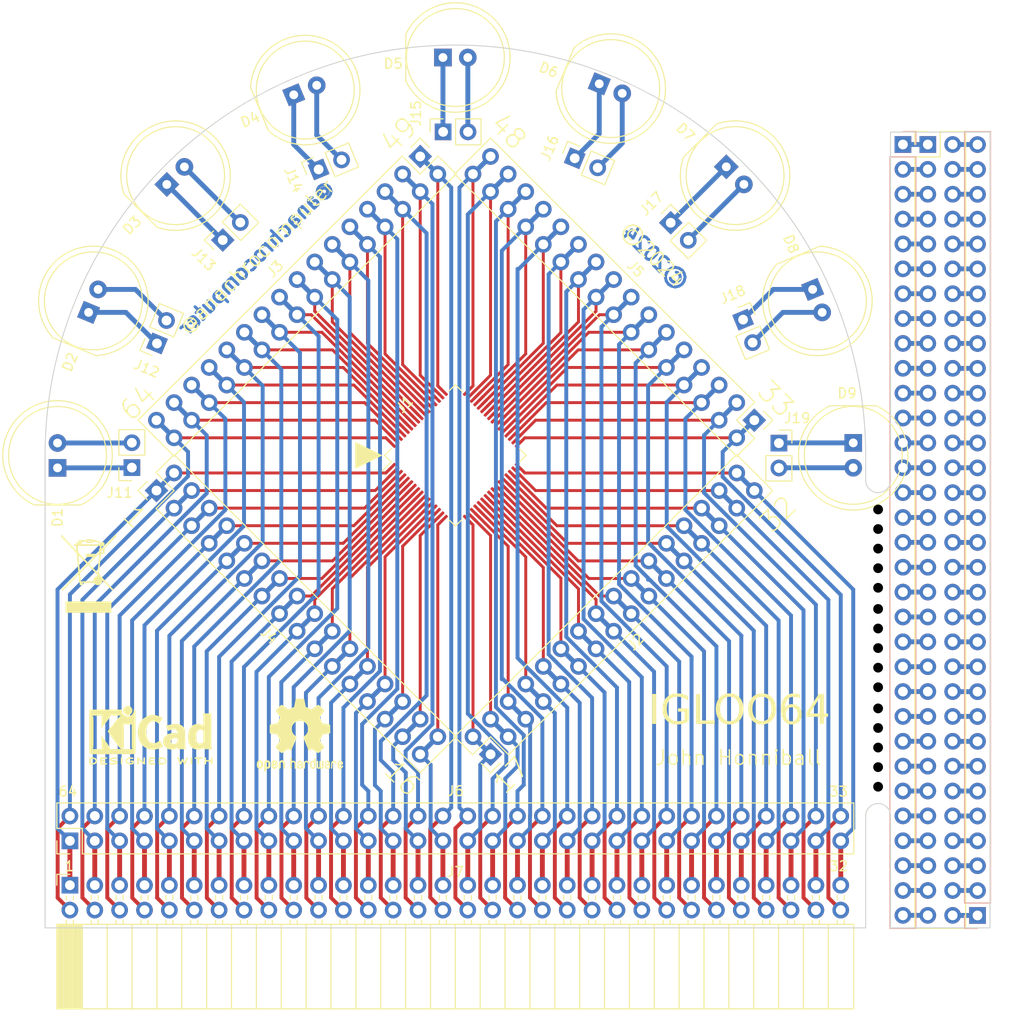
<source format=kicad_pcb>
(kicad_pcb (version 20240108) (generator "pcbnew") (generator_version "8.0")
  (title_block (title "Igloo64 Prototyping Board") (date "2024-10-14") (rev "1.0") (company "John Honniball") (comment 1 "https://github.com/anachrocomputer/Igloo64"))
  (layers (0 "F.Cu" signal) (31 "B.Cu" signal) (34 "B.Paste" user) (35 "F.Paste" user) (36 "B.SilkS" user "B.Silkscreen") (37 "F.SilkS" user "F.Silkscreen") (38 "B.Mask" user) (39 "F.Mask" user) (44 "Edge.Cuts" user))
  (net 0 "")
  (net 1 "/pin16")
  (net 2 "/pin17")
  (net 3 "/pin32")
  (net 4 "/pin33")
  (net 5 "/pin51")
  (net 6 "/pin52")
  (net 7 "/pin53")
  (net 8 "/pin54")
  (net 9 "/pin48")
  (net 10 "/pin49")
  (net 11 "/pin55")
  (net 12 "/pin56")
  (net 13 "/pin57")
  (net 14 "/pin58")
  (net 15 "/pin59")
  (net 16 "/pin1")
  (net 17 "/pin2")
  (net 18 "/pin63")
  (net 19 "/pin62")
  (net 20 "/pin14")
  (net 21 "/pin15")
  (net 22 "/pin36")
  (net 23 "/pin30")
  (net 24 "/pin35")
  (net 25 "/pin31")
  (net 26 "/pin34")
  (net 27 "/pin3")
  (net 28 "/pin4")
  (net 29 "/pin64")
  (net 30 "/pin60")
  (net 31 "/pin61")
  (net 32 "/pin5")
  (net 33 "/pin6")
  (net 34 "/pin7")
  (net 35 "/pin8")
  (net 36 "/pin9")
  (net 37 "/pin10")
  (net 38 "/pin11")
  (net 39 "/pin12")
  (net 40 "/pin13")
  (net 41 "/pin18")
  (net 42 "/pin19")
  (net 43 "/pin20")
  (net 44 "/pin21")
  (net 45 "/pin22")
  (net 46 "/pin23")
  (net 47 "/pin24")
  (net 48 "/pin25")
  (net 49 "/pin26")
  (net 50 "/pin27")
  (net 51 "/pin28")
  (net 52 "/pin29")
  (net 53 "/pin47")
  (net 54 "/pin50")
  (net 55 "/pin46")
  (net 56 "/pin45")
  (net 57 "/pin44")
  (net 58 "/pin43")
  (net 59 "/pin42")
  (net 60 "/pin41")
  (net 61 "/pin40")
  (net 62 "/pin39")
  (net 63 "/pin38")
  (net 64 "/pin37")
  (net 65 "Net-(D5-Pad1)")
  (net 66 "Net-(J10-Pad32)")
  (net 67 "Net-(D5-Pad2)")
  (net 68 "Net-(J10-Pad31)")
  (net 69 "Net-(J8-Pad1)")
  (net 70 "Net-(J10-Pad30)")
  (net 71 "Net-(J8-Pad3)")
  (net 72 "Net-(J10-Pad29)")
  (net 73 "Net-(J8-Pad5)")
  (net 74 "Net-(J10-Pad28)")
  (net 75 "Net-(J8-Pad7)")
  (net 76 "Net-(J10-Pad27)")
  (net 77 "Net-(J8-Pad9)")
  (net 78 "Net-(J10-Pad26)")
  (net 79 "Net-(J8-Pad11)")
  (net 80 "Net-(J10-Pad25)")
  (net 81 "Net-(J8-Pad13)")
  (net 82 "Net-(J10-Pad24)")
  (net 83 "Net-(J8-Pad15)")
  (net 84 "Net-(J10-Pad23)")
  (net 85 "Net-(J8-Pad17)")
  (net 86 "Net-(J10-Pad22)")
  (net 87 "Net-(J8-Pad19)")
  (net 88 "Net-(J10-Pad21)")
  (net 89 "Net-(J8-Pad21)")
  (net 90 "Net-(J10-Pad20)")
  (net 91 "Net-(J8-Pad23)")
  (net 92 "Net-(J10-Pad19)")
  (net 93 "Net-(J8-Pad25)")
  (net 94 "Net-(J10-Pad18)")
  (net 95 "Net-(J8-Pad27)")
  (net 96 "Net-(J10-Pad17)")
  (net 97 "Net-(J8-Pad29)")
  (net 98 "Net-(J10-Pad16)")
  (net 99 "Net-(J8-Pad31)")
  (net 100 "Net-(J10-Pad15)")
  (net 101 "Net-(J8-Pad33)")
  (net 102 "Net-(J10-Pad14)")
  (net 103 "Net-(J8-Pad35)")
  (net 104 "Net-(J10-Pad13)")
  (net 105 "Net-(J8-Pad37)")
  (net 106 "Net-(J10-Pad12)")
  (net 107 "Net-(J8-Pad39)")
  (net 108 "Net-(J10-Pad11)")
  (net 109 "Net-(J8-Pad41)")
  (net 110 "Net-(J10-Pad10)")
  (net 111 "Net-(J8-Pad43)")
  (net 112 "Net-(J10-Pad9)")
  (net 113 "Net-(J8-Pad45)")
  (net 114 "Net-(J10-Pad8)")
  (net 115 "Net-(J8-Pad47)")
  (net 116 "Net-(J10-Pad7)")
  (net 117 "Net-(J8-Pad49)")
  (net 118 "Net-(J10-Pad6)")
  (net 119 "Net-(J8-Pad51)")
  (net 120 "Net-(J10-Pad5)")
  (net 121 "Net-(J8-Pad53)")
  (net 122 "Net-(J10-Pad4)")
  (net 123 "Net-(J8-Pad55)")
  (net 124 "Net-(J10-Pad3)")
  (net 125 "Net-(J8-Pad57)")
  (net 126 "Net-(J10-Pad2)")
  (net 127 "Net-(J8-Pad59)")
  (net 128 "Net-(J10-Pad1)")
  (net 129 "Net-(J8-Pad61)")
  (net 130 "Net-(J8-Pad63)")
  (net 131 "Net-(D4-Pad1)")
  (net 132 "Net-(D4-Pad2)")
  (net 133 "Net-(D8-Pad1)")
  (net 134 "Net-(D8-Pad2)")
  (net 135 "Net-(D9-Pad1)")
  (net 136 "Net-(D9-Pad2)")
  (net 137 "Net-(D1-Pad1)")
  (net 138 "Net-(D1-Pad2)")
  (net 139 "Net-(D2-Pad1)")
  (net 140 "Net-(D2-Pad2)")
  (net 141 "Net-(D3-Pad1)")
  (net 142 "Net-(D3-Pad2)")
  (net 143 "Net-(D6-Pad1)")
  (net 144 "Net-(D6-Pad2)")
  (net 145 "Net-(D7-Pad1)")
  (net 146 "Net-(D7-Pad2)")
  (footprint "LED_THT:LED_D10.0mm" (layer "F.Cu") (at 159.753439 59.423439 -45)
    (property "Reference" "D7")
    (property "Value" "LED")
  )
  (footprint "Connector_PinSocket_2.54mm:PinSocket_1x02_P2.54mm_Vertical" (layer "F.Cu") (at 108.318439 66.906206 135)
    (property "Reference" "J13")
    (property "Value" "Conn_01x02")
  )
  (footprint "Connector_PinSocket_2.54mm:PinSocket_2x32_P2.54mm_Horizontal" (layer "F.Cu") (at 92.705 132.805 90)
    (property "Reference" "J7")
    (property "Value" "Conn_02x32_Odd_Even")
  )
  (footprint "LED_THT:LED_D10.0mm" (layer "F.Cu") (at 102.603439 61.226561 45)
    (property "Reference" "D3")
    (property "Value" "LED")
  )
  (footprint "Connector_PinHeader_2.54mm:PinHeader_2x16_P2.54mm_Vertical" (layer "F.Cu") (at 135.675638 119.436406 135)
    (property "Reference" "J2")
    (property "Value" "Conn_02x16_Odd_Even")
  )
  (footprint "LED_THT:LED_D10.0mm" (layer "F.Cu") (at 130.81 48.26)
    (property "Reference" "D5")
    (property "Value" "LED")
  )
  (footprint "Symbol:KiCad-Logo2_5mm_SilkScreen" (layer "F.Cu") (at 100.965 117.475)
    (property "Reference" "REF**" (hide yes))
    (property "Value" "KiCad-Logo2_5mm_SilkScreen" (hide yes))
  )
  (footprint "Igloo:Tear_Off_5x1mm" (layer "F.Cu") (at 175.26 108.585 90)
    (property "Reference" "REF**" (hide yes))
    (property "Value" "Tear_Off_5x1mm")
  )
  (footprint "Package_QFP:TQFP-64_10x10mm_P0.5mm" (layer "F.Cu") (at 132.08 88.9 45)
    (property "Reference" "J1")
    (property "Value" "Conn_02x32_Counter_Clockwise")
  )
  (footprint "Connector_PinSocket_2.54mm:PinSocket_1x02_P2.54mm_Vertical" (layer "F.Cu") (at 101.6 77.47 157.5)
    (property "Reference" "J12")
    (property "Value" "Conn_01x02")
  )
  (footprint "Connector_PinSocket_2.54mm:PinSocket_1x02_P2.54mm_Vertical" (layer "F.Cu") (at 154.073794 65.138438 45)
    (property "Reference" "J17")
    (property "Value" "Conn_01x02")
  )
  (footprint "Connector_PinHeader_2.54mm:PinHeader_2x16_P2.54mm_Vertical" (layer "F.Cu") (at 101.547129 92.492102 45)
    (property "Reference" "J4")
    (property "Value" "Conn_02x16_Odd_Even")
  )
  (footprint "Connector_PinSocket_2.54mm:PinSocket_1x02_P2.54mm_Vertical" (layer "F.Cu") (at 118.11 59.69 112.5)
    (property "Reference" "J14")
    (property "Value" "Conn_01x02")
  )
  (footprint "Connector_PinHeader_2.54mm:PinHeader_2x32_P2.54mm_Vertical" (layer "F.Cu") (at 180.335 57.145)
    (property "Reference" "J8" (hide yes))
    (property "Value" "Conn_02x32_Odd_Even")
  )
  (footprint "Connector_PinSocket_2.54mm:PinSocket_1x02_P2.54mm_Vertical" (layer "F.Cu") (at 130.83 55.855 90)
    (property "Reference" "J15")
    (property "Value" "Conn_01x02")
  )
  (footprint "Connector_PinSocket_2.54mm:PinSocket_1x02_P2.54mm_Vertical" (layer "F.Cu") (at 165.125 87.65)
    (property "Reference" "J19")
    (property "Value" "Conn_01x02")
  )
  (footprint "LED_THT:LED_D10.0mm" (layer "F.Cu") (at 172.72 87.625 -90)
    (property "Reference" "D9")
    (property "Value" "LED")
  )
  (footprint "Connector_PinHeader_2.54mm:PinHeader_2x16_P2.54mm_Vertical" (layer "F.Cu") (at 162.612871 85.307898 -135)
    (property "Reference" "J5")
    (property "Value" "Conn_02x16_Odd_Even")
  )
  (footprint "Connector_PinHeader_2.54mm:PinHeader_2x16_P2.54mm_Vertical" (layer "F.Cu") (at 128.487898 58.367129 -45)
    (property "Reference" "J3")
    (property "Value" "Conn_02x16_Odd_Even")
  )
  (footprint "Connector_PinSocket_2.54mm:PinSocket_1x02_P2.54mm_Vertical" (layer "F.Cu") (at 144.269717 58.553548 67.5)
    (property "Reference" "J16")
    (property "Value" "Conn_01x02")
  )
  (footprint "LED_THT:LED_D10.0mm" (layer "F.Cu") (at 146.777055 50.947079 -22.5)
    (property "Reference" "D6")
    (property "Value" "LED")
  )
  (footprint "LED_THT:LED_D10.0mm" (layer "F.Cu") (at 94.615 74.295 67.5)
    (property "Reference" "D2")
    (property "Value" "LED")
  )
  (footprint "LED_THT:LED_D10.0mm" (layer "F.Cu") (at 91.44 90.175 90)
    (property "Reference" "D1")
    (property "Value" "LED")
  )
  (footprint "Connector_PinHeader_2.54mm:PinHeader_2x32_P2.54mm_Vertical" (layer "F.Cu") (at 92.705 128.275 90)
    (property "Reference" "J6")
    (property "Value" "Conn_02x32_Odd_Even")
  )
  (footprint "Igloo:Tear_Off_5x1mm" (layer "F.Cu") (at 175.26 118.745 90)
    (property "Reference" "REF**" (hide yes))
    (property "Value" "Tear_Off_5x1mm")
  )
  (footprint "LED_THT:LED_D10.0mm" (layer "F.Cu") (at 168.572984 71.948346 -67.5)
    (property "Reference" "D8")
    (property "Value" "LED")
  )
  (footprint "Symbol:OSHW-Logo2_9.8x8mm_SilkScreen" (layer "F.Cu") (at 116.205 117.475)
    (property "Reference" "REF**" (hide yes))
    (property "Value" "OSHW-Logo2_9.8x8mm_SilkScreen" (hide yes))
  )
  (footprint "Igloo:Tear_Off_5x1mm" (layer "F.Cu") (at 175.26 98.425 90)
    (property "Reference" "REF**" (hide yes))
    (property "Value" "Tear_Off_5x1mm")
  )
  (footprint "Connector_PinSocket_2.54mm:PinSocket_1x02_P2.54mm_Vertical" (layer "F.Cu") (at 99.035 90.15 180)
    (property "Reference" "J11")
    (property "Value" "Conn_01x02")
  )
  (footprint "Symbol:WEEE-Logo_5.6x8mm_SilkScreen" (layer "F.Cu") (at 94.615 100.965)
    (property "Reference" "REF**" (hide yes))
    (property "Value" "WEEE-Logo_5.6x8mm_SilkScreen" (hide yes))
  )
  (footprint "LED_THT:LED_D10.0mm" (layer "F.Cu") (at 115.57 52.07 22.5)
    (property "Reference" "D4")
    (property "Value" "LED")
  )
  (footprint "Connector_PinSocket_2.54mm:PinSocket_1x02_P2.54mm_Vertical" (layer "F.Cu") (at 161.469743 75.035584 22.5)
    (property "Reference" "J18")
    (property "Value" "Conn_01x02")
  )
  (footprint "Connector_PinHeader_2.54mm:PinHeader_1x32_P2.54mm_Vertical" (layer "B.Cu") (at 185.415 135.895)
    (property "Reference" "J10" (hide yes))
    (property "Value" "Conn_01x32")
  )
  (footprint "Connector_PinHeader_2.54mm:PinHeader_1x32_P2.54mm_Vertical" (layer "B.Cu") (at 177.795 57.145 180)
    (property "Reference" "J9" (hide yes))
    (property "Value" "Conn_01x32")
  )
  (gr_poly (pts (xy 124.46 88.9) (xy 121.92 87.63) (xy 121.92 90.17)) (stroke (width 0.15)) (fill solid) (layer "F.SilkS"))
  (gr_line (start 90.17 137.16) (end 90.17 88.9) (stroke (width 0.1)) (layer "Edge.Cuts"))
  (gr_arc (start 176.53 91.44) (mid 175.26 92.71) (end 173.99 91.44) (stroke (width 0.1)) (layer "Edge.Cuts"))
  (gr_line (start 186.69 137.16) (end 186.69 55.88) (stroke (width 0.1)) (layer "Edge.Cuts"))
  (gr_line (start 186.69 55.88) (end 176.53 55.88) (stroke (width 0.1)) (layer "Edge.Cuts"))
  (gr_line (start 176.53 55.88) (end 176.53 91.44) (stroke (width 0.1)) (layer "Edge.Cuts"))
  (gr_line (start 90.17 137.16) (end 173.99 137.16) (stroke (width 0.1)) (layer "Edge.Cuts"))
  (gr_line (start 173.99 125.73) (end 173.99 137.16) (stroke (width 0.1)) (layer "Edge.Cuts"))
  (gr_line (start 176.53 125.73) (end 176.53 137.16) (stroke (width 0.1)) (layer "Edge.Cuts"))
  (gr_line (start 176.53 137.16) (end 186.69 137.16) (stroke (width 0.1)) (layer "Edge.Cuts"))
  (gr_arc (start 173.99 125.73) (mid 175.26 124.46) (end 176.53 125.73) (stroke (width 0.1)) (layer "Edge.Cuts"))
  (gr_line (start 173.99 88.9) (end 173.99 91.44) (stroke (width 0.1)) (layer "Edge.Cuts"))
  (gr_arc (start 90.17 88.9) (mid 132.08 46.99) (end 173.99 88.9) (stroke (width 0.1)) (layer "Edge.Cuts"))
  (gr_text "@anachrocomputer" (at 120.015 61.595 45) (layer "B.Cu") (effects (font (size 1.5 1.5) (thickness 0.3) (bold yes)) (justify left bottom mirror)))
  (gr_text "©2024" (at 154.94 72.39 -45) (layer "B.Cu") (effects (font (size 1.5 1.5) (thickness 0.3) (bold yes)) (justify left bottom mirror)))
  (gr_text "33" (at 170.18 123.825 0) (layer "F.SilkS") (effects (font (size 1 1)) (justify left bottom)))
  (gr_text "49" (at 125.73 58.42 45) (layer "F.SilkS") (effects (font (size 2 2)) (justify left bottom)))
  (gr_text "@anachrocomputer" (at 104.775 76.835 45) (layer "F.SilkS") (effects (font (size 1.5 1.5)) (justify left bottom)))
  (gr_text "17" (at 137.16 123.825 45) (layer "F.SilkS") (effects (font (size 2 2)) (justify left bottom)))
  (gr_text "16" (at 124.46 121.285 -45) (layer "F.SilkS") (effects (font (size 2 2)) (justify left bottom)))
  (gr_text "©2024" (at 148.59 66.04 -45) (layer "F.SilkS") (effects (font (size 1.5 1.5)) (justify left bottom)))
  (gr_text "1" (at 92.075 131.445 0) (layer "F.SilkS") (effects (font (size 1 1)) (justify left bottom)))
  (gr_text "48" (at 135.255 55.245 -45) (layer "F.SilkS") (effects (font (size 2 2)) (justify left bottom)))
  (gr_text "64" (at 91.44 123.825 0) (layer "F.SilkS") (effects (font (size 1 1)) (justify left bottom)))
  (gr_text "64" (at 99.06 85.725 45) (layer "F.SilkS") (effects (font (size 2 2)) (justify left bottom)))
  (gr_text "John Honniball" (at 152.4 120.65 0) (layer "F.SilkS") (effects (font (size 1.5 1.5)) (justify left bottom)))
  (gr_text "IGLOO64" (at 151.765 116.84 0) (layer "F.SilkS") (effects (font (size 3 3)) (justify left bottom)))
  (gr_text "32" (at 170.18 131.445 0) (layer "F.SilkS") (effects (font (size 1 1)) (justify left bottom)))
  (gr_text "33" (at 162.56 82.55 -45) (layer "F.SilkS") (effects (font (size 2 2)) (justify left bottom)))
  (gr_text "32" (at 164.465 97.155 45) (layer "F.SilkS") (effects (font (size 2 2)) (justify left bottom)))
  (gr_text "1" (at 97.79 95.25 315) (layer "F.SilkS") (effects (font (size 2 2)) (justify left bottom)))
  (segment (start 130.283949 95.999352) (end 130.283949 117.63682) (width 0.3) (layer "F.Cu") (net 1))
  (segment (start 130.727658 95.555643) (end 130.283949 95.999352) (width 0.3) (layer "F.Cu") (net 1))
  (segment (start 130.805 128.275) (end 130.805 132.805) (width 0.5) (layer "F.Cu") (net 1))
  (segment (start 129.555489 127.025489) (end 130.805 128.275) (width 0.4) (layer "B.Cu") (net 1))
  (segment (start 129.555489 120.500462) (end 129.555489 127.025489) (width 0.4) (layer "B.Cu") (net 1))
  (segment (start 129.555489 120.500462) (end 128.487897 119.43287) (width 0.4) (layer "B.Cu") (net 1))
  (segment (start 128.487898 119.432871) (end 130.283949 117.63682) (width 0.5) (layer "B.Cu") (net 1))
  (segment (start 133.432342 95.555643) (end 133.879587 96.002888) (width 0.3) (layer "F.Cu") (net 2))
  (segment (start 133.345 128.275) (end 133.345 132.805) (width 0.5) (layer "F.Cu") (net 2))
  (segment (start 133.879587 96.002888) (end 133.879587 117.640355) (width 0.3) (layer "F.Cu") (net 2))
  (segment (start 134.62 120.492044) (end 134.62 127) (width 0.4) (layer "B.Cu") (net 2))
  (segment (start 135.675638 119.436406) (end 133.879587 117.640355) (width 0.5) (layer "B.Cu") (net 2))
  (segment (start 134.62 127) (end 133.345 128.275) (width 0.4) (layer "B.Cu") (net 2))
  (segment (start 135.675638 119.436406) (end 134.62 120.492044) (width 0.4) (layer "B.Cu") (net 2))
  (segment (start 139.182888 90.699587) (end 160.820355 90.699587) (width 0.3) (layer "F.Cu") (net 3))
  (segment (start 138.735643 90.252342) (end 139.182888 90.699587) (width 0.3) (layer "F.Cu") (net 3))
  (segment (start 171.445 128.275) (end 171.445 132.805) (width 0.5) (layer "F.Cu") (net 3))
  (segment (start 162.616406 92.495638) (end 172.72 102.599232) (width 0.4) (layer "B.Cu") (net 3))
  (segment (start 172.72 127) (end 171.445 128.275) (width 0.4) (layer "B.Cu") (net 3))
  (segment (start 162.616406 92.495638) (end 160.820355 90.699587) (width 0.5) (layer "B.Cu") (net 3))
  (segment (start 172.72 102.599232) (end 172.72 127) (width 0.4) (layer "B.Cu") (net 3))
  (segment (start 138.735643 87.547658) (end 139.179352 87.103949) (width 0.3) (layer "F.Cu") (net 4))
  (segment (start 170.18 134.08) (end 171.445 135.345) (width 0.4) (layer "F.Cu") (net 4))
  (segment (start 139.179352 87.103949) (end 160.81682 87.103949) (width 0.3) (layer "F.Cu") (net 4))
  (segment (start 171.445 125.735) (end 170.18 127) (width 0.4) (layer "F.Cu") (net 4))
  (segment (start 170.18 127) (end 170.18 134.08) (width 0.4) (layer "F.Cu") (net 4))
  (segment (start 159.385 91.089258) (end 159.385 88.535769) (width 0.4) (layer "B.Cu") (net 4))
  (segment (start 171.445 103.149258) (end 159.385 91.089258) (width 0.4) (layer "B.Cu") (net 4))
  (segment (start 171.445 125.735) (end 171.445 103.149258) (width 0.4) (layer "B.Cu") (net 4))
  (segment (start 159.385 88.535769) (end 160.81682 87.103949) (width 0.4) (layer "B.Cu") (net 4))
  (segment (start 162.612871 85.307898) (end 160.81682 87.103949) (width 0.5) (layer "B.Cu") (net 4))
  (segment (start 125.725 125.735) (end 124.46 127) (width 0.4) (layer "F.Cu") (net 5))
  (segment (start 124.46 134.08) (end 125.725 135.345) (width 0.4) (layer "F.Cu") (net 5))
  (segment (start 126.691846 79.622759) (end 126.691846 63.755283) (width 0.3) (layer "F.Cu") (net 5))
  (segment (start 130.020551 82.951464) (end 126.691846 79.622759) (width 0.3) (layer "F.Cu") (net 5))
  (segment (start 124.46 127) (end 124.46 134.08) (width 0.4) (layer "F.Cu") (net 5))
  (segment (start 124.895795 61.959232) (end 126.691846 63.755283) (width 0.5) (layer "B.Cu") (net 5))
  (segment (start 125.73 121.92) (end 125.73 121.285) (width 0.4) (layer "B.Cu") (net 5))
  (segment (start 126.691847 63.755283) (end 129.137888 66.201324) (width 0.4) (layer "B.Cu") (net 5))
  (segment (start 125.725 121.925) (end 125.73 121.92) (width 0.4) (layer "B.Cu") (net 5))
  (segment (start 129.137888 66.201324) (end 129.137888 113.423701) (width 0.4) (layer "B.Cu") (net 5))
  (segment (start 125.73 121.285) (end 124.46 120.015) (width 0.4) (layer "B.Cu") (net 5))
  (segment (start 124.46 120.015) (end 124.46 118.101589) (width 0.4) (layer "B.Cu") (net 5))
  (segment (start 129.137888 113.423701) (end 124.46 118.101589) (width 0.4) (layer "B.Cu") (net 5))
  (segment (start 125.725 125.735) (end 125.725 121.925) (width 0.4) (layer "B.Cu") (net 5))
  (segment (start 124.895795 78.533815) (end 124.895795 65.551334) (width 0.3) (layer "F.Cu") (net 6))
  (segment (start 123.185 125.735) (end 121.92 127) (width 0.4) (layer "F.Cu") (net 6))
  (segment (start 121.92 134.08) (end 123.185 135.345) (width 0.4) (layer "F.Cu") (net 6))
  (segment (start 121.92 127) (end 121.92 134.08) (width 0.4) (layer "F.Cu") (net 6))
  (segment (start 129.666998 83.305018) (end 124.895795 78.533815) (width 0.3) (layer "F.Cu") (net 6))
  (segment (start 126.145306 66.800844) (end 126.145306 112.76623) (width 0.4) (layer "B.Cu") (net 6))
  (segment (start 126.145306 112.76623) (end 122.555 116.356537) (width 0.4) (layer "B.Cu") (net 6))
  (segment (start 123.185 123.195) (end 123.185 125.735) (width 0.4) (layer "B.Cu") (net 6))
  (segment (start 122.555 122.555) (end 123.19 123.19) (width 0.4) (layer "B.Cu") (net 6))
  (segment (start 123.19 123.19) (end 123.185 123.195) (width 0.4) (layer "B.Cu") (net 6))
  (segment (start 123.099744 63.755283) (end 124.895795 65.551334) (width 0.5) (layer "B.Cu") (net 6))
  (segment (start 122.555 116.356537) (end 122.555 122.555) (width 0.4) (layer "B.Cu") (net 6))
  (segment (start 124.895796 65.551334) (end 126.145306 66.800844) (width 0.4) (layer "B.Cu") (net 6))
  (segment (start 123.099744 77.44487) (end 123.099744 67.347385) (width 0.3) (layer "F.Cu") (net 7))
  (segment (start 129.313445 83.658571) (end 123.099744 77.44487) (width 0.3) (layer "F.Cu") (net 7))
  (segment (start 120.645 125.735) (end 119.38 127) (width 0.4) (layer "F.Cu") (net 7))
  (segment (start 119.38 127) (end 119.38 134.08) (width 0.4) (layer "F.Cu") (net 7))
  (segment (start 119.38 134.08) (end 120.645 135.345) (width 0.4) (layer "F.Cu") (net 7))
  (segment (start 120.645 114.674433) (end 120.645 125.735) (width 0.4) (layer "B.Cu") (net 7))
  (segment (start 121.303693 65.551334) (end 123.099744 67.347385) (width 0.5) (layer "B.Cu") (net 7))
  (segment (start 123.099744 67.347385) (end 124.37823 68.625871) (width 0.4) (layer "B.Cu") (net 7))
  (segment (start 124.37823 68.625871) (end 124.37823 110.941203) (width 0.4) (layer "B.Cu") (net 7))
  (segment (start 124.37823 110.941203) (end 120.645 114.674433) (width 0.4) (layer "B.Cu") (net 7))
  (segment (start 121.303693 76.355926) (end 121.303693 69.143437) (width 0.3) (layer "F.Cu") (net 8))
  (segment (start 128.959891 84.012124) (end 121.303693 76.355926) (width 0.3) (layer "F.Cu") (net 8))
  (segment (start 116.855489 134.095489) (end 118.105 135.345) (width 0.4) (layer "F.Cu") (net 8))
  (segment (start 118.105 125.735) (end 116.855489 126.984511) (width 0.4) (layer "F.Cu") (net 8))
  (segment (start 116.855489 126.984511) (end 116.855489 134.095489) (width 0.4) (layer "F.Cu") (net 8))
  (segment (start 118.105 113.680281) (end 123.19 108.595281) (width 0.4) (layer "B.Cu") (net 8))
  (segment (start 118.105 125.735) (end 118.105 113.680281) (width 0.4) (layer "B.Cu") (net 8))
  (segment (start 119.507641 67.347385) (end 121.303693 69.143437) (width 0.5) (layer "B.Cu") (net 8))
  (segment (start 123.19 71.029743) (end 121.303693 69.143436) (width 0.4) (layer "B.Cu") (net 8))
  (segment (start 123.19 108.595281) (end 123.19 71.029743) (width 0.4) (layer "B.Cu") (net 8))
  (segment (start 132.08 134.08) (end 133.345 135.345) (width 0.4) (layer "F.Cu") (net 9))
  (segment (start 133.345 125.735) (end 132.08 127) (width 0.4) (layer "F.Cu") (net 9))
  (segment (start 133.432342 82.244357) (end 133.876051 81.800648) (width 0.3) (layer "F.Cu") (net 9))
  (segment (start 132.08 127) (end 132.08 134.08) (width 0.4) (layer "F.Cu") (net 9))
  (segment (start 133.876051 81.800648) (end 133.876051 60.16318) (width 0.3) (layer "F.Cu") (net 9))
  (segment (start 132.495 124.885) (end 132.495 61.544232) (width 0.4) (layer "B.Cu") (net 9))
  (segment (start 133.345 125.735) (end 132.495 124.885) (width 0.4) (layer "B.Cu") (net 9))
  (segment (start 135.672102 58.367129) (end 133.876051 60.16318) (width 0.5) (layer "B.Cu") (net 9))
  (segment (start 132.495 61.544232) (end 133.876051 60.163181) (width 0.4) (layer "B.Cu") (net 9))
  (segment (start 130.727658 82.244357) (end 130.283949 81.800648) (width 0.3) (layer "F.Cu") (net 10))
  (segment (start 130.805 135.345) (end 129.514511 134.054511) (width 0.4) (layer "F.Cu") (net 10))
  (segment (start 130.283949 81.800648) (end 130.283949 60.16318) (width 0.3) (layer "F.Cu") (net 10))
  (segment (start 130.805 125.735) (end 129.514511 127.025489) (width 0.4) (layer "F.Cu") (net 10))
  (segment (start 129.514511 127.025489) (end 129.514511 134.054511) (width 0.4) (layer "F.Cu") (net 10))
  (segment (start 131.655 124.885) (end 131.655 61.534231) (width 0.4) (layer "B.Cu") (net 10))
  (segment (start 130.805 125.735) (end 131.655 124.885) (width 0.4) (layer "B.Cu") (net 10))
  (segment (start 128.487898 58.367129) (end 130.283949 60.16318) (width 0.5) (layer "B.Cu") (net 10))
  (segment (start 131.655 61.534231) (end 130.283949 60.16318) (width 0.4) (layer "B.Cu") (net 10))
  (segment (start 114.315489 126.984511) (end 114.315489 134.095489) (width 0.4) (layer "F.Cu") (net 11))
  (segment (start 115.565 125.735) (end 114.315489 126.984511) (width 0.4) (layer "F.Cu") (net 11))
  (segment (start 114.315489 134.095489) (end 115.565 135.345) (width 0.4) (layer "F.Cu") (net 11))
  (segment (start 128.606338 84.365678) (end 119.507641 75.266981) (width 0.3) (layer "F.Cu") (net 11))
  (segment (start 119.507641 75.266981) (end 119.507641 70.939488) (width 0.3) (layer "F.Cu") (net 11))
  (segment (start 121.285 72.716846) (end 121.285 106.850229) (width 0.4) (layer "B.Cu") (net 11))
  (segment (start 119.507642 70.939488) (end 121.285 72.716846) (width 0.4) (layer "B.Cu") (net 11))
  (segment (start 121.285 106.850229) (end 115.565 112.570229) (width 0.4) (layer "B.Cu") (net 11))
  (segment (start 115.565 112.570229) (end 115.565 125.735) (width 0.4) (layer "B.Cu") (net 11))
  (segment (start 117.71159 69.143437) (end 119.507641 70.939488) (width 0.5) (layer "B.Cu") (net 11))
  (segment (start 111.775489 126.984511) (end 111.775489 134.095489) (width 0.4) (layer "F.Cu") (net 12))
  (segment (start 111.775489 134.095489) (end 113.025 135.345) (width 0.4) (layer "F.Cu") (net 12))
  (segment (start 128.252785 84.719231) (end 117.71159 74.178037) (width 0.3) (layer "F.Cu") (net 12))
  (segment (start 113.025 125.735) (end 111.775489 126.984511) (width 0.4) (layer "F.Cu") (net 12))
  (segment (start 117.71159 74.178037) (end 117.71159 72.735539) (width 0.3) (layer "F.Cu") (net 12))
  (segment (start 113.025 111.518127) (end 113.025 125.735) (width 0.4) (layer "B.Cu") (net 12))
  (segment (start 120.015 104.528127) (end 113.025 111.518127) (width 0.4) (layer "B.Cu") (net 12))
  (segment (start 117.711591 72.735539) (end 120.015 75.038948) (width 0.4) (layer "B.Cu") (net 12))
  (segment (start 115.915539 70.939488) (end 117.71159 72.735539) (width 0.5) (layer "B.Cu") (net 12))
  (segment (start 120.015 75.038948) (end 120.015 104.528127) (width 0.4) (layer "B.Cu") (net 12))
  (segment (start 110.485 125.735) (end 109.235489 126.984511) (width 0.4) (layer "F.Cu") (net 13))
  (segment (start 117.358037 74.53159) (end 115.915539 74.53159) (width 0.3) (layer "F.Cu") (net 13))
  (segment (start 109.235489 126.984511) (end 109.235489 134.095489) (width 0.4) (layer "F.Cu") (net 13))
  (segment (start 109.235489 134.095489) (end 110.485 135.345) (width 0.4) (layer "F.Cu") (net 13))
  (segment (start 127.899231 85.072785) (end 117.358037 74.53159) (width 0.3) (layer "F.Cu") (net 13))
  (segment (start 110.485 110.523975) (end 118.11 102.898975) (width 0.4) (layer "B.Cu") (net 13))
  (segment (start 114.119488 72.735539) (end 115.915539 74.53159) (width 0.5) (layer "B.Cu") (net 13))
  (segment (start 118.11 76.726051) (end 115.915539 74.53159) (width 0.4) (layer "B.Cu") (net 13))
  (segment (start 110.485 125.735) (end 110.485 110.523975) (width 0.4) (layer "B.Cu") (net 13))
  (segment (start 118.11 102.898975) (end 118.11 76.726051) (width 0.4) (layer "B.Cu") (net 13))
  (segment (start 118.446981 76.327641) (end 114.119488 76.327641) (width 0.3) (layer "F.Cu") (net 14))
  (segment (start 106.695489 126.984511) (end 106.695489 134.095489) (width 0.4) (layer "F.Cu") (net 14))
  (segment (start 107.945 125.735) (end 106.695489 126.984511) (width 0.4) (layer "F.Cu") (net 14))
  (segment (start 106.695489 134.095489) (end 107.945 135.345) (width 0.4) (layer "F.Cu") (net 14))
  (segment (start 127.545678 85.426338) (end 118.446981 76.327641) (width 0.3) (layer "F.Cu") (net 14))
  (segment (start 116.205 78.413153) (end 114.119488 76.327641) (width 0.4) (layer "B.Cu") (net 14))
  (segment (start 112.323437 74.53159) (end 114.119488 76.327641) (width 0.5) (layer "B.Cu") (net 14))
  (segment (start 107.945 125.735) (end 107.945 109.471873) (width 0.4) (layer "B.Cu") (net 14))
  (segment (start 107.945 109.471873) (end 116.205 101.211873) (width 0.4) (layer "B.Cu") (net 14))
  (segment (start 116.205 101.211873) (end 116.205 78.413153) (width 0.4) (layer "B.Cu") (net 14))
  (segment (start 127.192124 85.779891) (end 119.535926 78.123693) (width 0.3) (layer "F.Cu") (net 15))
  (segment (start 105.405 125.735) (end 104.155489 126.984511) (width 0.4) (layer "F.Cu") (net 15))
  (segment (start 104.155489 126.984511) (end 104.155489 134.095489) (width 0.4) (layer "F.Cu") (net 15))
  (segment (start 119.535926 78.123693) (end 112.323437 78.123693) (width 0.3) (layer "F.Cu") (net 15))
  (segment (start 104.155489 134.095489) (end 105.405 135.345) (width 0.4) (layer "F.Cu") (net 15))
  (segment (start 114.3 99.52477) (end 114.3 80.100255) (width 0.4) (layer "B.Cu") (net 15))
  (segment (start 110.527385 76.327641) (end 112.323437 78.123693) (width 0.5) (layer "B.Cu") (net 15))
  (segment (start 105.405 125.735) (end 105.405 108.41977) (width 0.4) (layer "B.Cu") (net 15))
  (segment (start 105.405 108.41977) (end 114.3 99.52477) (width 0.4) (layer "B.Cu") (net 15))
  (segment (start 114.3 80.100255) (end 112.323437 78.123692) (width 0.4) (layer "B.Cu") (net 15))
  (segment (start 124.980648 90.696051) (end 103.34318 90.696051) (width 0.3) (layer "F.Cu") (net 16))
  (segment (start 92.705 128.275) (end 92.705 132.805) (width 0.5) (layer "F.Cu") (net 16))
  (segment (start 125.424357 90.252342) (end 124.980648 90.696051) (width 0.3) (layer "F.Cu") (net 16))
  (segment (start 101.547129 92.492102) (end 103.34318 90.696051) (width 0.5) (layer "B.Cu") (net 16))
  (segment (start 91.44 102.599231) (end 91.44 127.01) (width 0.4) (layer "B.Cu") (net 16))
  (segment (start 91.44 127.01) (end 92.705 128.275) (width 0.4) (layer "B.Cu") (net 16))
  (segment (start 101.547129 92.492102) (end 91.44 102.599231) (width 0.4) (layer "B.Cu") (net 16))
  (segment (start 123.891703 92.492102) (end 105.139232 92.492102) (width 0.3) (layer "F.Cu") (net 17))
  (segment (start 95.245 128.275) (end 95.245 132.805) (width 0.5) (layer "F.Cu") (net 17))
  (segment (start 125.777911 90.605895) (end 123.891703 92.492102) (width 0.3) (layer "F.Cu") (net 17))
  (segment (start 93.98 103.651333) (end 93.98 127.01) (width 0.4) (layer "B.Cu") (net 17))
  (segment (start 103.34318 94.288154) (end 105.139232 92.492102) (width 0.5) (layer "B.Cu") (net 17))
  (segment (start 93.98 127.01) (end 95.245 128.275) (width 0.4) (layer "B.Cu") (net 17))
  (segment (start 103.34318 94.288153) (end 93.98 103.651333) (width 0.4) (layer "B.Cu") (net 17))
  (segment (start 93.98 134.08) (end 95.245 135.345) (width 0.4) (layer "F.Cu") (net 18))
  (segment (start 93.98 127) (end 93.98 134.08) (width 0.4) (layer "F.Cu") (net 18))
  (segment (start 95.245 125.735) (end 93.98 127) (width 0.4) (layer "F.Cu") (net 18))
  (segment (start 123.891703 85.307898) (end 105.139232 85.307898) (width 0.3) (layer "F.Cu") (net 18))
  (segment (start 125.777911 87.194105) (end 123.891703 85.307898) (width 0.3) (layer "F.Cu") (net 18))
  (segment (start 95.245 125.735) (end 95.245 104.21136) (width 0.4) (layer "B.Cu") (net 18))
  (segment (start 106.68 92.77636) (end 106.68 86.848665) (width 0.4) (layer "B.Cu") (net 18))
  (segment (start 103.34318 83.511846) (end 105.139232 85.307898) (width 0.5) (layer "B.Cu") (net 18))
  (segment (start 106.68 86.848665) (end 105.139232 85.307897) (width 0.4) (layer "B.Cu") (net 18))
  (segment (start 95.245 104.21136) (end 106.68 92.77636) (width 0.4) (layer "B.Cu") (net 18))
  (segment (start 97.785 125.735) (end 96.52 127) (width 0.4) (layer "F.Cu") (net 19))
  (segment (start 126.131464 86.840551) (end 122.802759 83.511846) (width 0.3) (layer "F.Cu") (net 19))
  (segment (start 122.802759 83.511846) (end 106.935283 83.511846) (width 0.3) (layer "F.Cu") (net 19))
  (segment (start 96.52 134.08) (end 97.785 135.345) (width 0.4) (layer "F.Cu") (net 19))
  (segment (start 96.52 127) (end 96.52 134.08) (width 0.4) (layer "F.Cu") (net 19))
  (segment (start 97.785 125.735) (end 97.785 105.263463) (width 0.4) (layer "B.Cu") (net 19))
  (segment (start 108.585 94.463463) (end 108.585 85.161563) (width 0.4) (layer "B.Cu") (net 19))
  (segment (start 108.585 85.161563) (end 106.935283 83.511846) (width 0.4) (layer "B.Cu") (net 19))
  (segment (start 97.785 105.263463) (end 108.585 94.463463) (width 0.4) (layer "B.Cu") (net 19))
  (segment (start 105.139232 81.715795) (end 106.935283 83.511846) (width 0.5) (layer "B.Cu") (net 19))
  (segment (start 126.691846 98.177241) (end 126.691846 114.044717) (width 0.3) (layer "F.Cu") (net 20))
  (segment (start 125.725 128.275) (end 125.725 132.805) (width 0.5) (layer "F.Cu") (net 20))
  (segment (start 130.020551 94.848536) (end 126.691846 98.177241) (width 0.3) (layer "F.Cu") (net 20))
  (segment (start 124.46 127.01) (end 125.725 128.275) (width 0.4) (layer "B.Cu") (net 20))
  (segment (start 123.86048 116.876083) (end 123.86048 122.59048) (width 0.4) (layer "B.Cu") (net 20))
  (segment (start 124.46 123.19) (end 124.46 127.01) (width 0.4) (layer "B.Cu") (net 20))
  (segment (start 123.86048 122.59048) (end 124.46 123.19) (width 0.4) (layer "B.Cu") (net 20))
  (segment (start 124.895795 115.840768) (end 126.691846 114.044717) (width 0.5) (layer "B.Cu") (net 20))
  (segment (start 124.895795 115.840768) (end 123.86048 116.876083) (width 0.4) (layer "B.Cu") (net 20))
  (segment (start 130.374105 95.202089) (end 128.487898 97.088297) (width 0.3) (layer "F.Cu") (net 21))
  (segment (start 128.265 128.275) (end 128.265 132.805) (width 0.5) (layer "F.Cu") (net 21))
  (segment (start 128.487898 97.088297) (end 128.487898 115.840768) (width 0.3) (layer "F.Cu") (net 21))
  (segment (start 127.015489 121.300489) (end 127.015489 127.025489) (width 0.4) (layer "B.Cu") (net 21))
  (segment (start 125.73 120.015) (end 127.015489 121.300489) (width 0.4) (layer "B.Cu") (net 21))
  (segment (start 126.691846 117.636819) (end 125.73 118.598665) (width 0.4) (layer "B.Cu") (net 21))
  (segment (start 126.691846 117.63682) (end 128.487898 115.840768) (width 0.5) (layer "B.Cu") (net 21))
  (segment (start 127.015489 127.025489) (end 128.265 128.275) (width 0.4) (layer "B.Cu") (net 21))
  (segment (start 125.73 118.598665) (end 125.73 120.015) (width 0.4) (layer "B.Cu") (net 21))
  (segment (start 162.56 127) (end 162.56 134.08) (width 0.4) (layer "F.Cu") (net 22))
  (segment (start 137.674982 86.486998) (end 142.446185 81.715795) (width 0.3) (layer "F.Cu") (net 22))
  (segment (start 142.446185 81.715795) (end 155.428666 81.715795) (width 0.3) (layer "F.Cu") (net 22))
  (segment (start 162.56 134.08) (end 163.825 135.345) (width 0.4) (layer "F.Cu") (net 22))
  (segment (start 163.825 125.735) (end 162.56 127) (width 0.4) (layer "F.Cu") (net 22))
  (segment (start 157.224717 79.919744) (end 155.428666 81.715795) (width 0.5) (layer "B.Cu") (net 22))
  (segment (start 153.67 96.150565) (end 163.825 106.305565) (width 0.4) (layer "B.Cu") (net 22))
  (segment (start 153.67 83.474462) (end 153.67 96.150565) (width 0.4) (layer "B.Cu") (net 22))
  (segment (start 163.825 106.305565) (end 163.825 125.735) (width 0.4) (layer "B.Cu") (net 22))
  (segment (start 155.428666 81.715796) (end 153.67 83.474462) (width 0.4) (layer "B.Cu") (net 22))
  (segment (start 138.028536 90.959449) (end 141.360777 94.291689) (width 0.3) (layer "F.Cu") (net 23))
  (segment (start 141.360777 94.291689) (end 157.228253 94.291689) (width 0.3) (layer "F.Cu") (net 23))
  (segment (start 166.365 128.275) (end 166.365 132.805) (width 0.5) (layer "F.Cu") (net 23))
  (segment (start 167.64 104.703436) (end 167.64 127) (width 0.4) (layer "B.Cu") (net 23))
  (segment (start 167.64 127) (end 166.365 128.275) (width 0.4) (layer "B.Cu") (net 23))
  (segment (start 159.024304 96.08774) (end 167.64 104.703436) (width 0.4) (layer "B.Cu") (net 23))
  (segment (start 159.024304 96.08774) (end 157.228253 94.291689) (width 0.5) (layer "B.Cu") (net 23))
  (segment (start 165.1 134.08) (end 166.365 135.345) (width 0.4) (layer "F.Cu") (net 24))
  (segment (start 141.357241 83.511846) (end 157.224717 83.511846) (width 0.3) (layer "F.Cu") (net 24))
  (segment (start 166.365 125.735) (end 165.1 127) (width 0.4) (layer "F.Cu") (net 24))
  (segment (start 138.028536 86.840551) (end 141.357241 83.511846) (width 0.3) (layer "F.Cu") (net 24))
  (segment (start 165.1 127) (end 165.1 134.08) (width 0.4) (layer "F.Cu") (net 24))
  (segment (start 155.575 94.463463) (end 166.365 105.253463) (width 0.4) (layer "B.Cu") (net 24))
  (segment (start 159.020768 81.715795) (end 157.224717 83.511846) (width 0.5) (layer "B.Cu") (net 24))
  (segment (start 157.224717 83.511847) (end 155.575 85.161564) (width 0.4) (layer "B.Cu") (net 24))
  (segment (start 155.575 85.161564) (end 155.575 94.463463) (width 0.4) (layer "B.Cu") (net 24))
  (segment (start 166.365 105.253463) (end 166.365 125.735) (width 0.4) (layer "B.Cu") (net 24))
  (segment (start 138.382089 90.605895) (end 140.271832 92.495638) (width 0.3) (layer "F.Cu") (net 25))
  (segment (start 140.271832 92.495638) (end 159.024304 92.495638) (width 0.3) (layer "F.Cu") (net 25))
  (segment (start 168.905 128.275) (end 168.905 132.805) (width 0.5) (layer "F.Cu") (net 25))
  (segment (start 160.820355 94.291689) (end 159.024304 92.495638) (width 0.5) (layer "B.Cu") (net 25))
  (segment (start 170.18 127) (end 168.905 128.275) (width 0.4) (layer "B.Cu") (net 25))
  (segment (start 160.820355 94.291689) (end 170.18 103.651334) (width 0.4) (layer "B.Cu") (net 25))
  (segment (start 170.18 103.651334) (end 170.18 127) (width 0.4) (layer "B.Cu") (net 25))
  (segment (start 168.905 125.735) (end 167.64 127) (width 0.4) (layer "F.Cu") (net 26))
  (segment (start 167.64 134.08) (end 168.905 135.345) (width 0.4) (layer "F.Cu") (net 26))
  (segment (start 140.268297 85.307898) (end 159.020768 85.307898) (width 0.3) (layer "F.Cu") (net 26))
  (segment (start 138.382089 87.194105) (end 140.268297 85.307898) (width 0.3) (layer "F.Cu") (net 26))
  (segment (start 167.64 127) (end 167.64 134.08) (width 0.4) (layer "F.Cu") (net 26))
  (segment (start 157.48 92.71841) (end 168.905 104.14341) (width 0.4) (layer "B.Cu") (net 26))
  (segment (start 168.905 104.14341) (end 168.905 125.735) (width 0.4) (layer "B.Cu") (net 26))
  (segment (start 157.48 86.848667) (end 157.48 92.71841) (width 0.4) (layer "B.Cu") (net 26))
  (segment (start 159.020769 85.307898) (end 157.48 86.848667) (width 0.4) (layer "B.Cu") (net 26))
  (segment (start 160.81682 83.511846) (end 159.020768 85.307898) (width 0.5) (layer "B.Cu") (net 26))
  (segment (start 97.785 128.275) (end 97.785 132.805) (width 0.5) (layer "F.Cu") (net 27))
  (segment (start 126.131464 90.959449) (end 122.802759 94.288154) (width 0.3) (layer "F.Cu") (net 27))
  (segment (start 122.802759 94.288154) (end 106.935283 94.288154) (width 0.3) (layer "F.Cu") (net 27))
  (segment (start 96.52 104.703435) (end 96.52 127.01) (width 0.4) (layer "B.Cu") (net 27))
  (segment (start 105.139231 96.084204) (end 96.52 104.703435) (width 0.4) (layer "B.Cu") (net 27))
  (segment (start 96.52 127.01) (end 97.785 128.275) (width 0.4) (layer "B.Cu") (net 27))
  (segment (start 105.139232 96.084205) (end 106.935283 94.288154) (width 0.5) (layer "B.Cu") (net 27))
  (segment (start 121.713815 96.084205) (end 108.731334 96.084205) (width 0.3) (layer "F.Cu") (net 28))
  (segment (start 126.485018 91.313002) (end 121.713815 96.084205) (width 0.3) (layer "F.Cu") (net 28))
  (segment (start 100.325 128.275) (end 100.325 132.805) (width 0.5) (layer "F.Cu") (net 28))
  (segment (start 106.935283 97.880256) (end 108.731334 96.084205) (width 0.5) (layer "B.Cu") (net 28))
  (segment (start 106.935283 97.880256) (end 99.06 105.755539) (width 0.4) (layer "B.Cu") (net 28))
  (segment (start 99.06 105.755539) (end 99.06 127.01) (width 0.4) (layer "B.Cu") (net 28))
  (segment (start 99.06 127.01) (end 100.325 128.275) (width 0.4) (layer "B.Cu") (net 28))
  (segment (start 91.455489 134.095489) (end 92.705 135.345) (width 0.4) (layer "F.Cu") (net 29))
  (segment (start 92.705 125.735) (end 91.455489 126.984511) (width 0.4) (layer "F.Cu") (net 29))
  (segment (start 125.424357 87.547658) (end 124.980648 87.103949) (width 0.3) (layer "F.Cu") (net 29))
  (segment (start 124.980648 87.103949) (end 103.34318 87.103949) (width 0.3) (layer "F.Cu") (net 29))
  (segment (start 91.455489 126.984511) (end 91.455489 134.095489) (width 0.4) (layer "F.Cu") (net 29))
  (segment (start 104.775 88.535768) (end 103.343181 87.103949) (width 0.4) (layer "B.Cu") (net 29))
  (segment (start 92.705 125.735) (end 92.705 103.101307) (width 0.4) (layer "B.Cu") (net 29))
  (segment (start 101.547129 85.307898) (end 103.34318 87.103949) (width 0.5) (layer "B.Cu") (net 29))
  (segment (start 92.705 103.101307) (end 104.775 91.031307) (width 0.4) (layer "B.Cu") (net 29))
  (segment (start 104.775 91.031307) (end 104.775 88.535768) (width 0.4) (layer "B.Cu") (net 29))
  (segment (start 101.615489 134.095489) (end 102.865 135.345) (width 0.4) (layer "F.Cu") (net 30))
  (segment (start 126.838571 86.133445) (end 120.62487 79.919744) (width 0.3) (layer "F.Cu") (net 30))
  (segment (start 101.615489 126.984511) (end 101.615489 134.095489) (width 0.4) (layer "F.Cu") (net 30))
  (segment (start 102.865 125.735) (end 101.615489 126.984511) (width 0.4) (layer "F.Cu") (net 30))
  (segment (start 120.62487 79.919744) (end 110.527385 79.919744) (width 0.3) (layer "F.Cu") (net 30))
  (segment (start 102.865 107.32) (end 112.395 97.79) (width 0.4) (layer "B.Cu") (net 30))
  (segment (start 108.731334 78.123693) (end 110.527385 79.919744) (width 0.5) (layer "B.Cu") (net 30))
  (segment (start 102.865 125.735) (end 102.865 107.32) (width 0.4) (layer "B.Cu") (net 30))
  (segment (start 112.395 81.787358) (end 110.527386 79.919744) (width 0.4) (layer "B.Cu") (net 30))
  (segment (start 112.395 97.79) (end 112.395 81.787358) (width 0.4) (layer "B.Cu") (net 30))
  (segment (start 121.713815 81.715795) (end 108.731334 81.715795) (width 0.3) (layer "F.Cu") (net 31))
  (segment (start 99.075489 134.095489) (end 100.325 135.345) (width 0.4) (layer "F.Cu") (net 31))
  (segment (start 100.325 125.735) (end 99.075489 126.984511) (width 0.4) (layer "F.Cu") (net 31))
  (segment (start 126.485018 86.486998) (end 121.713815 81.715795) (width 0.3) (layer "F.Cu") (net 31))
  (segment (start 99.075489 126.984511) (end 99.075489 134.095489) (width 0.4) (layer "F.Cu") (net 31))
  (segment (start 110.49 83.47446) (end 108.731335 81.715795) (width 0.4) (layer "B.Cu") (net 31))
  (segment (start 110.49 96.092614) (end 110.49 83.47446) (width 0.4) (layer "B.Cu") (net 31))
  (segment (start 100.325 125.735) (end 100.325 106.257614) (width 0.4) (layer "B.Cu") (net 31))
  (segment (start 106.935283 79.919744) (end 108.731334 81.715795) (width 0.5) (layer "B.Cu") (net 31))
  (segment (start 100.325 106.257614) (end 110.49 96.092614) (width 0.4) (layer "B.Cu") (net 31))
  (segment (start 120.62487 97.880256) (end 110.527385 97.880256) (width 0.3) (layer "F.Cu") (net 32))
  (segment (start 102.865 128.275) (end 102.865 132.805) (width 0.5) (layer "F.Cu") (net 32))
  (segment (start 126.838571 91.666555) (end 120.62487 97.880256) (width 0.3) (layer "F.Cu") (net 32))
  (segment (start 101.6 106.807641) (end 101.6 127.01) (width 0.4) (layer "B.Cu") (net 32))
  (segment (start 108.731334 99.676307) (end 110.527385 97.880256) (width 0.5) (layer "B.Cu") (net 32))
  (segment (start 101.6 127.01) (end 102.865 128.275) (width 0.4) (layer "B.Cu") (net 32))
  (segment (start 108.731334 99.676307) (end 101.6 106.807641) (width 0.4) (layer "B.Cu") (net 32))
  (segment (start 119.535926 99.676307) (end 112.323437 99.676307) (width 0.3) (layer "F.Cu") (net 33))
  (segment (start 105.405 128.275) (end 105.405 132.805) (width 0.5) (layer "F.Cu") (net 33))
  (segment (start 127.192124 92.020109) (end 119.535926 99.676307) (width 0.3) (layer "F.Cu") (net 33))
  (segment (start 104.14 107.859743) (end 104.14 127.01) (width 0.4) (layer "B.Cu") (net 33))
  (segment (start 104.14 127.01) (end 105.405 128.275) (width 0.4) (layer "B.Cu") (net 33))
  (segment (start 110.527385 101.472359) (end 112.323437 99.676307) (width 0.5) (layer "B.Cu") (net 33))
  (segment (start 110.527385 101.472358) (end 104.14 107.859743) (width 0.4) (layer "B.Cu") (net 33))
  (segment (start 118.446981 101.472359) (end 114.119488 101.472359) (width 0.3) (layer "F.Cu") (net 34))
  (segment (start 127.545678 92.373662) (end 118.446981 101.472359) (width 0.3) (layer "F.Cu") (net 34))
  (segment (start 107.945 128.275) (end 107.945 132.805) (width 0.5) (layer "F.Cu") (net 34))
  (segment (start 112.323436 103.268409) (end 106.68 108.911845) (width 0.4) (layer "B.Cu") (net 34))
  (segment (start 112.323437 103.26841) (end 114.119488 101.472359) (width 0.5) (layer "B.Cu") (net 34))
  (segment (start 106.68 108.911845) (end 106.68 127.01) (width 0.4) (layer "B.Cu") (net 34))
  (segment (start 106.68 127.01) (end 107.945 128.275) (width 0.4) (layer "B.Cu") (net 34))
  (segment (start 110.485 128.275) (end 110.485 132.805) (width 0.5) (layer "F.Cu") (net 35))
  (segment (start 127.899231 92.727215) (end 117.358037 103.26841) (width 0.3) (layer "F.Cu") (net 35))
  (segment (start 117.358037 103.26841) (end 115.915539 103.26841) (width 0.3) (layer "F.Cu") (net 35))
  (segment (start 109.22 127.01) (end 110.485 128.275) (width 0.4) (layer "B.Cu") (net 35))
  (segment (start 109.22 109.963949) (end 109.22 127.01) (width 0.4) (layer "B.Cu") (net 35))
  (segment (start 114.119488 105.064461) (end 115.915539 103.26841) (width 0.5) (layer "B.Cu") (net 35))
  (segment (start 114.119488 105.064461) (end 109.22 109.963949) (width 0.4) (layer "B.Cu") (net 35))
  (segment (start 113.025 128.275) (end 113.025 132.805) (width 0.5) (layer "F.Cu") (net 36))
  (segment (start 117.71159 103.621963) (end 117.71159 105.064461) (width 0.3) (layer "F.Cu") (net 36))
  (segment (start 128.252785 93.080769) (end 117.71159 103.621963) (width 0.3) (layer "F.Cu") (net 36))
  (segment (start 111.76 127.01) (end 113.025 128.275) (width 0.4) (layer "B.Cu") (net 36))
  (segment (start 111.76 111.016051) (end 111.76 127.01) (width 0.4) (layer "B.Cu") (net 36))
  (segment (start 115.915539 106.860512) (end 117.71159 105.064461) (width 0.5) (layer "B.Cu") (net 36))
  (segment (start 115.915539 106.860512) (end 111.76 111.016051) (width 0.4) (layer "B.Cu") (net 36))
  (segment (start 128.606338 93.434322) (end 119.507641 102.533019) (width 0.3) (layer "F.Cu") (net 37))
  (segment (start 119.507641 102.533019) (end 119.507641 106.860512) (width 0.3) (layer "F.Cu") (net 37))
  (segment (start 115.565 128.275) (end 115.565 132.805) (width 0.5) (layer "F.Cu") (net 37))
  (segment (start 117.71159 108.656563) (end 119.507641 106.860512) (width 0.5) (layer "B.Cu") (net 37))
  (segment (start 114.3 112.068153) (end 114.3 127.01) (width 0.4) (layer "B.Cu") (net 37))
  (segment (start 117.71159 108.656563) (end 114.3 112.068153) (width 0.4) (layer "B.Cu") (net 37))
  (segment (start 114.3 127.01) (end 115.565 128.275) (width 0.4) (layer "B.Cu") (net 37))
  (segment (start 121.303693 101.444074) (end 121.303693 108.656563) (width 0.3) (layer "F.Cu") (net 38))
  (segment (start 128.959891 93.787876) (end 121.303693 101.444074) (width 0.3) (layer "F.Cu") (net 38))
  (segment (start 118.105 128.275) (end 118.105 132.805) (width 0.5) (layer "F.Cu") (net 38))
  (segment (start 119.507641 110.452615) (end 121.303693 108.656563) (width 0.5) (layer "B.Cu") (net 38))
  (segment (start 118.105 128.275) (end 116.814511 126.984511) (width 0.4) (layer "B.Cu") (net 38))
  (segment (start 116.814511 113.145744) (end 119.507641 110.452614) (width 0.4) (layer "B.Cu") (net 38))
  (segment (start 116.814511 126.984511) (end 116.814511 113.145744) (width 0.4) (layer "B.Cu") (net 38))
  (segment (start 129.313445 94.141429) (end 123.099744 100.35513) (width 0.3) (layer "F.Cu") (net 39))
  (segment (start 123.099744 100.35513) (end 123.099744 110.452615) (width 0.3) (layer "F.Cu") (net 39))
  (segment (start 120.645 128.275) (end 120.645 132.805) (width 0.5) (layer "F.Cu") (net 39))
  (segment (start 121.303693 112.248666) (end 123.099744 110.452615) (width 0.5) (layer "B.Cu") (net 39))
  (segment (start 121.303692 112.248665) (end 119.38 114.172357) (width 0.4) (layer "B.Cu") (net 39))
  (segment (start 119.38 127.01) (end 120.645 128.275) (width 0.4) (layer "B.Cu") (net 39))
  (segment (start 119.38 114.172357) (end 119.38 127.01) (width 0.4) (layer "B.Cu") (net 39))
  (segment (start 124.895795 99.266185) (end 124.895795 112.248666) (width 0.3) (layer "F.Cu") (net 40))
  (segment (start 129.666998 94.494982) (end 124.895795 99.266185) (width 0.3) (layer "F.Cu") (net 40))
  (segment (start 123.185 128.275) (end 123.185 132.805) (width 0.5) (layer "F.Cu") (net 40))
  (segment (start 123.099744 114.044717) (end 124.895795 112.248666) (width 0.5) (layer "B.Cu") (net 40))
  (segment (start 123.099744 114.044717) (end 121.92 115.224461) (width 0.4) (layer "B.Cu") (net 40))
  (segment (start 121.92 115.224461) (end 121.92 127.01) (width 0.4) (layer "B.Cu") (net 40))
  (segment (start 121.92 127.01) (end 123.185 128.275) (width 0.4) (layer "B.Cu") (net 40))
  (segment (start 135.675638 97.091832) (end 135.675638 115.844304) (width 0.3) (layer "F.Cu") (net 41))
  (segment (start 135.885 128.275) (end 135.885 132.805) (width 0.5) (layer "F.Cu") (net 41))
  (segment (start 133.785895 95.202089) (end 135.675638 97.091832) (width 0.3) (layer "F.Cu") (net 41))
  (segment (start 135.885 128.275) (end 137.175489 126.984511) (width 0.4) (layer "B.Cu") (net 41))
  (segment (start 137.471689 117.640355) (end 135.675638 115.844304) (width 0.5) (layer "B.Cu") (net 41))
  (segment (start 138.43 120.65) (end 138.43 118.598666) (width 0.4) (layer "B.Cu") (net 41))
  (segment (start 137.175489 126.984511) (end 137.175489 121.904511) (width 0.4) (layer "B.Cu") (net 41))
  (segment (start 138.43 118.598666) (end 137.471689 117.640355) (width 0.4) (layer "B.Cu") (net 41))
  (segment (start 137.175489 121.904511) (end 138.43 120.65) (width 0.4) (layer "B.Cu") (net 41))
  (segment (start 137.471689 98.180777) (end 137.471689 114.048253) (width 0.3) (layer "F.Cu") (net 42))
  (segment (start 134.139449 94.848536) (end 137.471689 98.180777) (width 0.3) (layer "F.Cu") (net 42))
  (segment (start 138.425 128.275) (end 138.425 132.805) (width 0.5) (layer "F.Cu") (net 42))
  (segment (start 139.26774 115.844304) (end 137.471689 114.048253) (width 0.5) (layer "B.Cu") (net 42))
  (segment (start 139.26774 115.844304) (end 139.715489 116.292053) (width 0.4) (layer "B.Cu") (net 42))
  (segment (start 139.715489 125.714511) (end 139.7 125.73) (width 0.4) (layer "B.Cu") (net 42))
  (segment (start 139.7 127) (end 138.425 128.275) (width 0.4) (layer "B.Cu") (net 42))
  (segment (start 139.7 125.73) (end 139.7 127) (width 0.4) (layer "B.Cu") (net 42))
  (segment (start 139.715489 116.292053) (end 139.715489 125.714511) (width 0.4) (layer "B.Cu") (net 42))
  (segment (start 139.26774 99.269721) (end 139.26774 112.252201) (width 0.3) (layer "F.Cu") (net 43))
  (segment (start 134.493002 94.494982) (end 139.26774 99.269721) (width 0.3) (layer "F.Cu") (net 43))
  (segment (start 140.965 128.275) (end 140.965 132.805) (width 0.5) (layer "F.Cu") (net 43))
  (segment (start 142.24 127) (end 140.965 128.275) (width 0.4) (layer "B.Cu") (net 43))
  (segment (start 141.063792 114.048252) (end 142.24 115.22446) (width 0.4) (layer "B.Cu") (net 43))
  (segment (start 141.063792 114.048253) (end 139.26774 112.252201) (width 0.5) (layer "B.Cu") (net 43))
  (segment (start 142.24 115.22446) (end 142.24 127) (width 0.4) (layer "B.Cu") (net 43))
  (segment (start 141.063792 100.358665) (end 141.063792 110.45615) (width 0.3) (layer "F.Cu") (net 44))
  (segment (start 143.505 128.275) (end 143.505 132.805) (width 0.5) (layer "F.Cu") (net 44))
  (segment (start 134.846555 94.141429) (end 141.063792 100.358665) (width 0.3) (layer "F.Cu") (net 44))
  (segment (start 142.859843 112.252201) (end 141.063792 110.45615) (width 0.5) (layer "B.Cu") (net 44))
  (segment (start 143.505 128.275) (end 144.78 127) (width 0.4) (layer "B.Cu") (net 44))
  (segment (start 144.78 114.172358) (end 142.859843 112.252201) (width 0.4) (layer "B.Cu") (net 44))
  (segment (start 144.78 127) (end 144.78 114.172358) (width 0.4) (layer "B.Cu") (net 44))
  (segment (start 135.200109 93.787876) (end 142.859843 101.44761) (width 0.3) (layer "F.Cu") (net 45))
  (segment (start 146.045 128.275) (end 146.045 132.805) (width 0.5) (layer "F.Cu") (net 45))
  (segment (start 142.859843 101.44761) (end 142.859843 108.660099) (width 0.3) (layer "F.Cu") (net 45))
  (segment (start 144.655894 110.45615) (end 142.859843 108.660099) (width 0.5) (layer "B.Cu") (net 45))
  (segment (start 147.32 113.120256) (end 147.32 127) (width 0.4) (layer "B.Cu") (net 45))
  (segment (start 144.655894 110.45615) (end 147.32 113.120256) (width 0.4) (layer "B.Cu") (net 45))
  (segment (start 147.32 127) (end 146.045 128.275) (width 0.4) (layer "B.Cu") (net 45))
  (segment (start 144.655894 102.536554) (end 144.655894 106.864048) (width 0.3) (layer "F.Cu") (net 46))
  (segment (start 135.553662 93.434322) (end 144.655894 102.536554) (width 0.3) (layer "F.Cu") (net 46))
  (segment (start 148.585 128.275) (end 148.585 132.805) (width 0.5) (layer "F.Cu") (net 46))
  (segment (start 146.451945 108.660099) (end 149.834511 112.042665) (width 0.4) (layer "B.Cu") (net 46))
  (segment (start 149.834511 112.042665) (end 149.834511 127.025489) (width 0.4) (layer "B.Cu") (net 46))
  (segment (start 146.451945 108.660099) (end 144.655894 106.864048) (width 0.5) (layer "B.Cu") (net 46))
  (segment (start 149.834511 127.025489) (end 148.585 128.275) (width 0.4) (layer "B.Cu") (net 46))
  (segment (start 146.451945 103.625499) (end 146.451945 105.067997) (width 0.3) (layer "F.Cu") (net 47))
  (segment (start 135.907215 93.080769) (end 146.451945 103.625499) (width 0.3) (layer "F.Cu") (net 47))
  (segment (start 151.125 128.275) (end 151.125 132.805) (width 0.5) (layer "F.Cu") (net 47))
  (segment (start 152.374511 110.990561) (end 152.374511 127.025489) (width 0.4) (layer "B.Cu") (net 47))
  (segment (start 152.374511 127.025489) (end 151.125 128.275) (width 0.4) (layer "B.Cu") (net 47))
  (segment (start 148.247997 106.864047) (end 152.374511 110.990561) (width 0.4) (layer "B.Cu") (net 47))
  (segment (start 148.247997 106.864048) (end 146.451945 105.067997) (width 0.5) (layer "B.Cu") (net 47))
  (segment (start 146.805499 103.271945) (end 148.247997 103.271945) (width 0.3) (layer "F.Cu") (net 48))
  (segment (start 136.260769 92.727215) (end 146.805499 103.271945) (width 0.3) (layer "F.Cu") (net 48))
  (segment (start 153.665 128.275) (end 153.665 132.805) (width 0.5) (layer "F.Cu") (net 48))
  (segment (start 154.94 109.963948) (end 154.94 127) (width 0.4) (layer "B.Cu") (net 48))
  (segment (start 150.044048 105.067996) (end 154.94 109.963948) (width 0.4) (layer "B.Cu") (net 48))
  (segment (start 150.044048 105.067997) (end 148.247997 103.271945) (width 0.5) (layer "B.Cu") (net 48))
  (segment (start 154.94 127) (end 153.665 128.275) (width 0.4) (layer "B.Cu") (net 48))
  (segment (start 156.205 128.275) (end 156.205 132.805) (width 0.5) (layer "F.Cu") (net 49))
  (segment (start 145.716554 101.475894) (end 150.044048 101.475894) (width 0.3) (layer "F.Cu") (net 49))
  (segment (start 136.614322 92.373662) (end 145.716554 101.475894) (width 0.3) (layer "F.Cu") (net 49))
  (segment (start 157.48 127) (end 156.205 128.275) (width 0.4) (layer "B.Cu") (net 49))
  (segment (start 157.48 108.911846) (end 157.48 127) (width 0.4) (layer "B.Cu") (net 49))
  (segment (start 151.840099 103.271945) (end 150.044048 101.475894) (width 0.5) (layer "B.Cu") (net 49))
  (segment (start 151.840099 103.271945) (end 157.48 108.911846) (width 0.4) (layer "B.Cu") (net 49))
  (segment (start 144.62761 99.679843) (end 151.840099 99.679843) (width 0.3) (layer "F.Cu") (net 50))
  (segment (start 136.967876 92.020109) (end 144.62761 99.679843) (width 0.3) (layer "F.Cu") (net 50))
  (segment (start 158.745 128.275) (end 158.745 132.805) (width 0.5) (layer "F.Cu") (net 50))
  (segment (start 153.63615 101.475894) (end 160.035489 107.875233) (width 0.4) (layer "B.Cu") (net 50))
  (segment (start 160.035489 126.984511) (end 158.745 128.275) (width 0.4) (layer "B.Cu") (net 50))
  (segment (start 160.035489 107.875233) (end 160.035489 126.984511) (width 0.4) (layer "B.Cu") (net 50))
  (segment (start 153.63615 101.475894) (end 151.840099 99.679843) (width 0.5) (layer "B.Cu") (net 50))
  (segment (start 161.285 132.075) (end 161.29 132.08) (width 0.5) (layer "F.Cu") (net 51))
  (segment (start 137.321429 91.666555) (end 143.538665 97.883792) (width 0.3) (layer "F.Cu") (net 51))
  (segment (start 161.285 128.275) (end 161.285 132.075) (width 0.5) (layer "F.Cu") (net 51))
  (segment (start 143.538665 97.883792) (end 153.63615 97.883792) (width 0.3) (layer "F.Cu") (net 51))
  (segment (start 161.29 132.8) (end 161.285 132.805) (width 0.5) (layer "F.Cu") (net 51))
  (segment (start 161.29 132.08) (end 161.29 132.8) (width 0.5) (layer "F.Cu") (net 51))
  (segment (start 155.432201 99.679843) (end 153.63615 97.883792) (width 0.5) (layer "B.Cu") (net 51))
  (segment (start 162.56 106.807642) (end 162.56 127) (width 0.4) (layer "B.Cu") (net 51))
  (segment (start 162.56 127) (end 161.285 128.275) (width 0.4) (layer "B.Cu") (net 51))
  (segment (start 155.432201 99.679843) (end 162.56 106.807642) (width 0.4) (layer "B.Cu") (net 51))
  (segment (start 142.449721 96.08774) (end 155.432201 96.08774) (width 0.3) (layer "F.Cu") (net 52))
  (segment (start 163.825 128.275) (end 163.825 132.805) (width 0.5) (layer "F.Cu") (net 52))
  (segment (start 137.674982 91.313002) (end 142.449721 96.08774) (width 0.3) (layer "F.Cu") (net 52))
  (segment (start 165.1 127) (end 163.825 128.275) (width 0.4) (layer "B.Cu") (net 52))
  (segment (start 157.228253 97.883792) (end 155.432201 96.08774) (width 0.5) (layer "B.Cu") (net 52))
  (segment (start 157.228253 97.883791) (end 165.1 105.755538) (width 0.4) (layer "B.Cu") (net 52))
  (segment (start 165.1 105.755538) (end 165.1 127) (width 0.4) (layer "B.Cu") (net 52))
  (segment (start 134.62 127) (end 134.62 134.08) (width 0.4) (layer "F.Cu") (net 53))
  (segment (start 135.885 125.735) (end 134.62 127) (width 0.4) (layer "F.Cu") (net 53))
  (segment (start 134.62 134.08) (end 135.885 135.345) (width 0.4) (layer "F.Cu") (net 53))
  (segment (start 133.785895 82.597911) (end 135.672102 80.711703) (width 0.3) (layer "F.Cu") (net 53))
  (segment (start 135.672102 80.711703) (end 135.672102 61.959232) (width 0.3) (layer "F.Cu") (net 53))
  (segment (start 133.35 115.285742) (end 133.35 64.281335) (width 0.4) (layer "B.Cu") (net 53))
  (segment (start 135.885 125.735) (end 135.885 121.925) (width 0.4) (layer "B.Cu") (net 53))
  (segment (start 135.885 121.925) (end 137.27724 120.53276) (width 0.4) (layer "B.Cu") (net 53))
  (segment (start 133.35 64.281335) (end 135.672103 61.959232) (width 0.4) (layer "B.Cu") (net 53))
  (segment (start 137.468154 60.16318) (end 135.672102 61.959232) (width 0.5) (layer "B.Cu") (net 53))
  (segment (start 137.27724 120.53276) (end 137.27724 119.212982) (width 0.4) (layer "B.Cu") (net 53))
  (segment (start 137.27724 119.212982) (end 133.35 115.285742) (width 0.4) (layer "B.Cu") (net 53))
  (segment (start 127 127) (end 127 134.08) (width 0.4) (layer "F.Cu") (net 54))
  (segment (start 130.374105 82.597911) (end 128.487898 80.711703) (width 0.3) (layer "F.Cu") (net 54))
  (segment (start 127 134.08) (end 128.265 135.345) (width 0.4) (layer "F.Cu") (net 54))
  (segment (start 128.265 125.735) (end 127 127) (width 0.4) (layer "F.Cu") (net 54))
  (segment (start 128.487898 80.711703) (end 128.487898 61.959232) (width 0.3) (layer "F.Cu") (net 54))
  (segment (start 128.265 125.735) (end 128.265 121.925) (width 0.4) (layer "B.Cu") (net 54))
  (segment (start 128.265 121.925) (end 128.27 121.92) (width 0.4) (layer "B.Cu") (net 54))
  (segment (start 126.691846 60.16318) (end 128.487898 61.959232) (width 0.5) (layer "B.Cu") (net 54))
  (segment (start 128.27 121.285) (end 127 120.015) (width 0.4) (layer "B.Cu") (net 54))
  (segment (start 127 119.095741) (end 129.737408 116.358333) (width 0.4) (layer "B.Cu") (net 54))
  (segment (start 129.737408 63.208741) (end 128.487898 61.959231) (width 0.4) (layer "B.Cu") (net 54))
  (segment (start 127 120.015) (end 127 119.095741) (width 0.4) (layer "B.Cu") (net 54))
  (segment (start 129.737408 116.358333) (end 129.737408 63.208741) (width 0.4) (layer "B.Cu") (net 54))
  (segment (start 128.27 121.92) (end 128.27 121.285) (width 0.4) (layer "B.Cu") (net 54))
  (segment (start 137.16 127) (end 137.16 134.08) (width 0.4) (layer "F.Cu") (net 55))
  (segment (start 137.16 134.08) (end 138.425 135.345) (width 0.4) (layer "F.Cu") (net 55))
  (segment (start 138.425 125.735) (end 137.16 127) (width 0.4) (layer "F.Cu") (net 55))
  (segment (start 134.139449 82.951464) (end 137.468154 79.622759) (width 0.3) (layer "F.Cu") (net 55))
  (segment (start 137.468154 79.622759) (end 137.468154 63.755283) (width 0.3) (layer "F.Cu") (net 55))
  (segment (start 139.065 122.555) (end 138.425 123.195) (width 0.4) (layer "B.Cu") (net 55))
  (segment (start 136.222178 65.001259) (end 136.222178 114.623768) (width 0.4) (layer "B.Cu") (net 55))
  (segment (start 139.264205 61.959232) (end 137.468154 63.755283) (width 0.5) (layer "B.Cu") (net 55))
  (segment (start 136.222178 114.623768) (end 139.065 117.46659) (width 0.4) (layer "B.Cu") (net 55))
  (segment (start 137.468154 63.755283) (end 136.222178 65.001259) (width 0.4) (layer "B.Cu") (net 55))
  (segment (start 139.065 117.46659) (end 139.065 122.555) (width 0.4) (layer "B.Cu") (net 55))
  (segment (start 138.425 123.195) (end 138.425 125.735) (width 0.4) (layer "B.Cu") (net 55))
  (segment (start 139.7 127) (end 139.7 134.08) (width 0.4) (layer "F.Cu") (net 56))
  (segment (start 134.493002 83.305018) (end 139.264205 78.533815) (width 0.3) (layer "F.Cu") (net 56))
  (segment (start 139.264205 78.533815) (end 139.264205 65.551334) (width 0.3) (layer "F.Cu") (net 56))
  (segment (start 139.7 134.08) (end 140.965 135.345) (width 0.4) (layer "F.Cu") (net 56))
  (segment (start 140.965 125.735) (end 139.7 127) (width 0.4) (layer "F.Cu") (net 56))
  (segment (start 140.965 115.774487) (end 140.965 125.735) (width 0.4) (layer "B.Cu") (net 56))
  (segment (start 136.821698 67.993842) (end 136.821698 111.76) (width 0.4) (layer "B.Cu") (net 56))
  (segment (start 136.821698 111.76) (end 136.950513 111.76) (width 0.4) (layer "B.Cu") (net 56))
  (segment (start 141.060256 63.755283) (end 139.264205 65.551334) (width 0.5) (layer "B.Cu") (net 56))
  (segment (start 136.950513 111.76) (end 140.965 115.774487) (width 0.4) (layer "B.Cu") (net 56))
  (segment (start 139.264205 65.551335) (end 136.821698 67.993842) (width 0.4) (layer "B.Cu") (net 56))
  (segment (start 141.060256 77.44487) (end 141.060256 67.347385) (width 0.3) (layer "F.Cu") (net 57))
  (segment (start 142.24 127) (end 142.24 134.08) (width 0.4) (layer "F.Cu") (net 57))
  (segment (start 143.505 125.735) (end 142.24 127) (width 0.4) (layer "F.Cu") (net 57))
  (segment (start 134.846555 83.658571) (end 141.060256 77.44487) (width 0.3) (layer "F.Cu") (net 57))
  (segment (start 142.24 134.08) (end 143.505 135.345) (width 0.4) (layer "F.Cu") (net 57))
  (segment (start 143.505 114.664434) (end 143.505 125.735) (width 0.4) (layer "B.Cu") (net 57))
  (segment (start 141.060256 67.347386) (end 138.557642 69.85) (width 0.4) (layer "B.Cu") (net 57))
  (segment (start 138.43 69.85) (end 138.43 109.589434) (width 0.4) (layer "B.Cu") (net 57))
  (segment (start 138.557642 69.85) (end 138.43 69.85) (width 0.4) (layer "B.Cu") (net 57))
  (segment (start 138.43 109.589434) (end 143.505 114.664434) (width 0.4) (layer "B.Cu") (net 57))
  (segment (start 142.856307 65.551334) (end 141.060256 67.347385) (width 0.5) (layer "B.Cu") (net 57))
  (segment (start 144.78 127) (end 144.78 134.08) (width 0.4) (layer "F.Cu") (net 58))
  (segment (start 146.045 125.735) (end 144.78 127) (width 0.4) (layer "F.Cu") (net 58))
  (segment (start 142.856307 76.355926) (end 142.856307 69.143437) (width 0.3) (layer "F.Cu") (net 58))
  (segment (start 135.200109 84.012124) (end 142.856307 76.355926) (width 0.3) (layer "F.Cu") (net 58))
  (segment (start 144.78 134.08) (end 146.045 135.345) (width 0.4) (layer "F.Cu") (net 58))
  (segment (start 141.605 109.230282) (end 146.045 113.670282) (width 0.4) (layer "B.Cu") (net 58))
  (segment (start 146.045 113.670282) (end 146.045 125.735) (width 0.4) (layer "B.Cu") (net 58))
  (segment (start 141.605 70.394745) (end 141.605 109.230282) (width 0.4) (layer "B.Cu") (net 58))
  (segment (start 142.856308 69.143437) (end 141.605 70.394745) (width 0.4) (layer "B.Cu") (net 58))
  (segment (start 144.652359 67.347385) (end 142.856307 69.143437) (width 0.5) (layer "B.Cu") (net 58))
  (segment (start 135.553662 84.365678) (end 144.652359 75.266981) (width 0.3) (layer "F.Cu") (net 59))
  (segment (start 144.652359 75.266981) (end 144.652359 70.939488) (width 0.3) (layer "F.Cu") (net 59))
  (segment (start 148.585 125.735) (end 147.32 127) (width 0.4) (layer "F.Cu") (net 59))
  (segment (start 147.32 134.08) (end 148.585 135.345) (width 0.4) (layer "F.Cu") (net 59))
  (segment (start 147.32 127) (end 147.32 134.08) (width 0.4) (layer "F.Cu") (net 59))
  (segment (start 143.406383 107.439563) (end 148.585 112.61818) (width 0.4) (layer "B.Cu") (net 59))
  (segment (start 146.44841 69.143437) (end 144.652359 70.939488) (width 0.5) (layer "B.Cu") (net 59))
  (segment (start 144.652359 70.939488) (end 143.406383 72.185464) (width 0.4) (layer "B.Cu") (net 59))
  (segment (start 143.406383 72.185464) (end 143.406383 107.439563) (width 0.4) (layer "B.Cu") (net 59))
  (segment (start 148.585 112.61818) (end 148.585 125.735) (width 0.4) (layer "B.Cu") (net 59))
  (segment (start 149.86 127) (end 149.86 134.08) (width 0.4) (layer "F.Cu") (net 60))
  (segment (start 151.125 125.735) (end 149.86 127) (width 0.4) (layer "F.Cu") (net 60))
  (segment (start 135.907215 84.719231) (end 146.44841 74.178037) (width 0.3) (layer "F.Cu") (net 60))
  (segment (start 149.86 134.08) (end 151.125 135.345) (width 0.4) (layer "F.Cu") (net 60))
  (segment (start 146.44841 74.178037) (end 146.44841 72.735539) (width 0.3) (layer "F.Cu") (net 60))
  (segment (start 151.125 111.566077) (end 151.125 125.735) (width 0.4) (layer "B.Cu") (net 60))
  (segment (start 145.173459 74.01049) (end 145.173459 105.614536) (width 0.4) (layer "B.Cu") (net 60))
  (segment (start 145.173459 105.614536) (end 151.125 111.566077) (width 0.4) (layer "B.Cu") (net 60))
  (segment (start 146.44841 72.735539) (end 145.173459 74.01049) (width 0.4) (layer "B.Cu") (net 60))
  (segment (start 148.244461 70.939488) (end 146.44841 72.735539) (width 0.5) (layer "B.Cu") (net 60))
  (segment (start 136.260769 85.072785) (end 146.801963 74.53159) (width 0.3) (layer "F.Cu") (net 61))
  (segment (start 153.665 125.735) (end 152.4 127) (width 0.4) (layer "F.Cu") (net 61))
  (segment (start 146.801963 74.53159) (end 148.244461 74.53159) (width 0.3) (layer "F.Cu") (net 61))
  (segment (start 152.4 127) (end 152.4 134.08) (width 0.4) (layer "F.Cu") (net 61))
  (segment (start 152.4 134.08) (end 153.665 135.345) (width 0.4) (layer "F.Cu") (net 61))
  (segment (start 148.244461 74.531591) (end 146.998486 75.777566) (width 0.4) (layer "B.Cu") (net 61))
  (segment (start 146.998486 103.789509) (end 153.665 110.456023) (width 0.4) (layer "B.Cu") (net 61))
  (segment (start 153.665 110.456023) (end 153.665 125.735) (width 0.4) (layer "B.Cu") (net 61))
  (segment (start 146.998486 75.777566) (end 146.998486 103.789509) (width 0.4) (layer "B.Cu") (net 61))
  (segment (start 150.040512 72.735539) (end 148.244461 74.53159) (width 0.5) (layer "B.Cu") (net 61))
  (segment (start 136.614322 85.426338) (end 145.713019 76.327641) (width 0.3) (layer "F.Cu") (net 62))
  (segment (start 154.94 134.08) (end 156.205 135.345) (width 0.4) (layer "F.Cu") (net 62))
  (segment (start 145.713019 76.327641) (end 150.040512 76.327641) (width 0.3) (layer "F.Cu") (net 62))
  (segment (start 156.205 125.735) (end 154.94 127) (width 0.4) (layer "F.Cu") (net 62))
  (segment (start 154.94 127) (end 154.94 134.08) (width 0.4) (layer "F.Cu") (net 62))
  (segment (start 151.836563 74.53159) (end 150.040512 76.327641) (width 0.5) (layer "B.Cu") (net 62))
  (segment (start 156.21 109.466872) (end 156.21 109.855) (width 0.4) (layer "B.Cu") (net 62))
  (segment (start 156.205 109.86) (end 156.205 125.735) (width 0.4) (layer "B.Cu") (net 62))
  (segment (start 150.040512 76.327642) (end 148.794537 77.573617) (width 0.4) (layer "B.Cu") (net 62))
  (segment (start 156.21 109.855) (end 156.205 109.86) (width 0.4) (layer "B.Cu") (net 62))
  (segment (start 148.794537 102.051409) (end 156.21 109.466872) (width 0.4) (layer "B.Cu") (net 62))
  (segment (start 148.794537 77.573617) (end 148.794537 102.051409) (width 0.4) (layer "B.Cu") (net 62))
  (segment (start 144.624074 78.123693) (end 151.836563 78.123693) (width 0.3) (layer "F.Cu") (net 63))
  (segment (start 136.967876 85.779891) (end 144.624074 78.123693) (width 0.3) (layer "F.Cu") (net 63))
  (segment (start 157.48 127) (end 157.48 134.08) (width 0.4) (layer "F.Cu") (net 63))
  (segment (start 157.48 134.08) (end 158.745 135.345) (width 0.4) (layer "F.Cu") (net 63))
  (segment (start 158.745 125.735) (end 157.48 127) (width 0.4) (layer "F.Cu") (net 63))
  (segment (start 151.765 101.42977) (end 151.765 101.6) (width 0.4) (layer "B.Cu") (net 63))
  (segment (start 150.495 79.465257) (end 150.495 100.15977) (width 0.4) (layer "B.Cu") (net 63))
  (segment (start 158.745 108.40977) (end 158.745 125.735) (width 0.4) (layer "B.Cu") (net 63))
  (segment (start 151.93523 101.6) (end 158.745 108.40977) (width 0.4) (layer "B.Cu") (net 63))
  (segment (start 151.765 101.6) (end 151.93523 101.6) (width 0.4) (layer "B.Cu") (net 63))
  (segment (start 150.495 100.15977) (end 151.765 101.42977) (width 0.4) (layer "B.Cu") (net 63))
  (segment (start 153.632615 76.327641) (end 151.836563 78.123693) (width 0.5) (layer "B.Cu") (net 63))
  (segment (start 151.836564 78.123693) (end 150.495 79.465257) (width 0.4) (layer "B.Cu") (net 63))
  (segment (start 160.02 134.08) (end 161.285 135.345) (width 0.4) (layer "F.Cu") (net 64))
  (segment (start 143.53513 79.919744) (end 153.632615 79.919744) (width 0.3) (layer "F.Cu") (net 64))
  (segment (start 161.285 125.735) (end 160.02 127) (width 0.4) (layer "F.Cu") (net 64))
  (segment (start 160.02 127) (end 160.02 134.08) (width 0.4) (layer "F.Cu") (net 64))
  (segment (start 137.321429 86.133445) (end 143.53513 79.919744) (width 0.3) (layer "F.Cu") (net 64))
  (segment (start 153.632615 79.919744) (end 151.765 81.787359) (width 0.4) (layer "B.Cu") (net 64))
  (segment (start 161.29 107.315) (end 161.285 107.32) (width 0.4) (layer "B.Cu") (net 64))
  (segment (start 151.765 97.79) (end 161.29 107.315) (width 0.4) (layer "B.Cu") (net 64))
  (segment (start 161.285 107.32) (end 161.285 125.735) (width 0.4) (layer "B.Cu") (net 64))
  (segment (start 155.428666 78.123693) (end 153.632615 79.919744) (width 0.5) (layer "B.Cu") (net 64))
  (segment (start 151.765 81.787359) (end 151.765 97.79) (width 0.4) (layer "B.Cu") (net 64))
  (segment (start 130.81 48.26) (end 130.81 55.835) (width 0.5) (layer "B.Cu") (net 65))
  (segment (start 130.81 55.835) (end 130.83 55.855) (width 0.5) (layer "B.Cu") (net 65))
  (segment (start 182.875 57.145) (end 185.405 57.145) (width 0.5) (layer "B.Cu") (net 66))
  (segment (start 185.405 57.145) (end 185.415 57.155) (width 0.5) (layer "B.Cu") (net 66))
  (segment (start 133.35 48.26) (end 133.35 55.835) (width 0.5) (layer "B.Cu") (net 67))
  (segment (start 133.35 55.835) (end 133.37 55.855) (width 0.5) (layer "B.Cu") (net 67))
  (segment (start 182.875 59.685) (end 185.405 59.685) (width 0.5) (layer "B.Cu") (net 68))
  (segment (start 185.405 59.685) (end 185.415 59.695) (width 0.5) (layer "B.Cu") (net 68))
  (segment (start 177.795 57.145) (end 180.335 57.145) (width 0.5) (layer "B.Cu") (net 69))
  (segment (start 185.405 62.225) (end 185.415 62.235) (width 0.5) (layer "B.Cu") (net 70))
  (segment (start 182.875 62.225) (end 185.405 62.225) (width 0.5) (layer "B.Cu") (net 70))
  (segment (start 177.795 59.685) (end 180.335 59.685) (width 0.5) (layer "B.Cu") (net 71))
  (segment (start 182.875 64.765) (end 185.405 64.765) (width 0.5) (layer "B.Cu") (net 72))
  (segment (start 185.405 64.765) (end 185.415 64.775) (width 0.5) (layer "B.Cu") (net 72))
  (segment (start 177.795 62.225) (end 180.335 62.225) (width 0.5) (layer "B.Cu") (net 73))
  (segment (start 182.875 67.305) (end 185.405 67.305) (width 0.5) (layer "B.Cu") (net 74))
  (segment (start 185.405 67.305) (end 185.415 67.315) (width 0.5) (layer "B.Cu") (net 74))
  (segment (start 177.795 64.765) (end 180.335 64.765) (width 0.5) (layer "B.Cu") (net 75))
  (segment (start 182.875 69.845) (end 185.405 69.845) (width 0.5) (layer "B.Cu") (net 76))
  (segment (start 185.405 69.845) (end 185.415 69.855) (width 0.5) (layer "B.Cu") (net 76))
  (segment (start 177.795 67.305) (end 180.335 67.305) (width 0.5) (layer "B.Cu") (net 77))
  (segment (start 185.405 72.385) (end 185.415 72.395) (width 0.5) (layer "B.Cu") (net 78))
  (segment (start 182.875 72.385) (end 185.405 72.385) (width 0.5) (layer "B.Cu") (net 78))
  (segment (start 177.795 69.845) (end 180.335 69.845) (width 0.5) (layer "B.Cu") (net 79))
  (segment (start 185.405 74.925) (end 185.415 74.935) (width 0.5) (layer "B.Cu") (net 80))
  (segment (start 182.875 74.925) (end 185.405 74.925) (width 0.5) (layer "B.Cu") (net 80))
  (segment (start 177.795 72.385) (end 180.335 72.385) (width 0.5) (layer "B.Cu") (net 81))
  (segment (start 182.875 77.465) (end 185.405 77.465) (width 0.5) (layer "B.Cu") (net 82))
  (segment (start 185.405 77.465) (end 185.415 77.475) (width 0.5) (layer "B.Cu") (net 82))
  (segment (start 177.795 74.925) (end 180.335 74.925) (width 0.5) (layer "B.Cu") (net 83))
  (segment (start 185.415 80.015) (end 182.885 80.015) (width 0.5) (layer "B.Cu") (net 84))
  (segment (start 182.885 80.015) (end 182.875 80.005) (width 0.5) (layer "B.Cu") (net 84))
  (segment (start 177.795 77.465) (end 180.335 77.465) (width 0.5) (layer "B.Cu") (net 85))
  (segment (start 185.405 82.545) (end 185.415 82.555) (width 0.5) (layer "B.Cu") (net 86))
  (segment (start 182.875 82.545) (end 185.405 82.545) (width 0.5) (layer "B.Cu") (net 86))
  (segment (start 180.335 80.005) (end 177.795 80.005) (width 0.5) (layer "B.Cu") (net 87))
  (segment (start 185.405 85.085) (end 185.415 85.095) (width 0.5) (layer "B.Cu") (net 88))
  (segment (start 182.875 85.085) (end 185.405 85.085) (width 0.5) (layer "B.Cu") (net 88))
  (segment (start 180.335 82.545) (end 177.795 82.545) (width 0.5) (layer "B.Cu") (net 89))
  (segment (start 182.885 87.635) (end 182.875 87.625) (width 0.5) (layer "B.Cu") (net 90))
  (segment (start 185.415 87.635) (end 182.885 87.635) (width 0.5) (layer "B.Cu") (net 90))
  (segment (start 177.795 85.085) (end 180.335 85.085) (width 0.5) (layer "B.Cu") (net 91))
  (segment (start 185.405 90.165) (end 185.415 90.175) (width 0.5) (layer "B.Cu") (net 92))
  (segment (start 182.875 90.165) (end 185.405 90.165) (width 0.5) (layer "B.Cu") (net 92))
  (segment (start 180.335 87.625) (end 177.795 87.625) (width 0.5) (layer "B.Cu") (net 93))
  (segment (start 185.415 92.715) (end 182.885 92.715) (width 0.5) (layer "B.Cu") (net 94))
  (segment (start 182.885 92.715) (end 182.875 92.705) (width 0.5) (layer "B.Cu") (net 94))
  (segment (start 177.795 90.165) (end 180.335 90.165) (width 0.5) (layer "B.Cu") (net 95))
  (segment (start 182.875 95.245) (end 185.405 95.245) (width 0.5) (layer "B.Cu") (net 96))
  (segment (start 185.405 95.245) (end 185.415 95.255) (width 0.5) (layer "B.Cu") (net 96))
  (segment (start 177.795 92.705) (end 180.335 92.705) (width 0.5) (layer "B.Cu") (net 97))
  (segment (start 182.885 97.795) (end 182.875 97.785) (width 0.5) (layer "B.Cu") (net 98))
  (segment (start 185.415 97.795) (end 182.885 97.795) (width 0.5) (layer "B.Cu") (net 98))
  (segment (start 177.795 95.245) (end 180.335 95.245) (width 0.5) (layer "B.Cu") (net 99))
  (segment (start 185.405 100.325) (end 185.415 100.335) (width 0.5) (layer "B.Cu") (net 100))
  (segment (start 182.875 100.325) (end 185.405 100.325) (width 0.5) (layer "B.Cu") (net 100))
  (segment (start 177.795 97.785) (end 180.335 97.785) (width 0.5) (layer "B.Cu") (net 101))
  (segment (start 185.415 102.875) (end 182.885 102.875) (width 0.5) (layer "B.Cu") (net 102))
  (segment (start 182.885 102.875) (end 182.875 102.865) (width 0.5) (layer "B.Cu") (net 102))
  (segment (start 177.795 100.325) (end 180.335 100.325) (width 0.5) (layer "B.Cu") (net 103))
  (segment (start 182.875 105.405) (end 185.405 105.405) (width 0.5) (layer "B.Cu") (net 104))
  (segment (start 185.405 105.405) (end 185.415 105.415) (width 0.5) (layer "B.Cu") (net 104))
  (segment (start 177.795 102.865) (end 180.335 102.865) (width 0.5) (layer "B.Cu") (net 105))
  (segment (start 182.875 107.945) (end 185.405 107.945) (width 0.5) (layer "B.Cu") (net 106))
  (segment (start 185.405 107.945) (end 185.415 107.955) (width 0.5) (layer "B.Cu") (net 106))
  (segment (start 177.795 105.405) (end 180.335 105.405) (width 0.5) (layer "B.Cu") (net 107))
  (segment (start 182.875 110.485) (end 185.405 110.485) (width 0.5) (layer "B.Cu") (net 108))
  (segment (start 185.405 110.485) (end 185.415 110.495) (width 0.5) (layer "B.Cu") (net 108))
  (segment (start 180.335 107.945) (end 177.795 107.945) (width 0.5) (layer "B.Cu") (net 109))
  (segment (start 185.415 113.035) (end 182.885 113.035) (width 0.5) (layer "B.Cu") (net 110))
  (segment (start 182.885 113.035) (end 182.875 113.025) (width 0.5) (layer "B.Cu") (net 110))
  (segment (start 177.795 110.485) (end 180.335 110.485) (width 0.5) (layer "B.Cu") (net 111))
  (segment (start 185.405 115.565) (end 185.415 115.575) (width 0.5) (layer "B.Cu") (net 112))
  (segment (start 182.875 115.565) (end 185.405 115.565) (width 0.5) (layer "B.Cu") (net 112))
  (segment (start 180.335 113.025) (end 177.795 113.025) (width 0.5) (layer "B.Cu") (net 113))
  (segment (start 182.885 118.115) (end 182.875 118.105) (width 0.5) (layer "B.Cu") (net 114))
  (segment (start 185.415 118.115) (end 182.885 118.115) (width 0.5) (layer "B.Cu") (net 114))
  (segment (start 177.795 115.565) (end 180.335 115.565) (width 0.5) (layer "B.Cu") (net 115))
  (segment (start 185.405 120.645) (end 185.415 120.655) (width 0.5) (layer "B.Cu") (net 116))
  (segment (start 182.875 120.645) (end 185.405 120.645) (width 0.5) (layer "B.Cu") (net 116))
  (segment (start 180.335 118.105) (end 177.795 118.105) (width 0.5) (layer "B.Cu") (net 117))
  (segment (start 182.875 123.185) (end 185.405 123.185) (width 0.5) (layer "B.Cu") (net 118))
  (segment (start 185.405 123.185) (end 185.415 123.195) (width 0.5) (layer "B.Cu") (net 118))
  (segment (start 177.795 120.645) (end 180.335 120.645) (width 0.5) (layer "B.Cu") (net 119))
  (segment (start 182.885 125.735) (end 182.875 125.725) (width 0.5) (layer "B.Cu") (net 120))
  (segment (start 185.415 125.735) (end 182.885 125.735) (width 0.5) (layer "B.Cu") (net 120))
  (segment (start 177.795 123.185) (end 180.335 123.185) (width 0.5) (layer "B.Cu") (net 121))
  (segment (start 185.405 128.265) (end 185.415 128.275) (width 0.5) (layer "B.Cu") (net 122))
  (segment (start 182.875 128.265) (end 185.405 128.265) (width 0.5) (layer "B.Cu") (net 122))
  (segment (start 180.335 125.725) (end 177.795 125.725) (width 0.5) (layer "B.Cu") (net 123))
  (segment (start 182.885 130.815) (end 182.875 130.805) (width 0.5) (layer "B.Cu") (net 124))
  (segment (start 185.415 130.815) (end 182.885 130.815) (width 0.5) (layer "B.Cu") (net 124))
  (segment (start 177.795 128.265) (end 180.335 128.265) (width 0.5) (layer "B.Cu") (net 125))
  (segment (start 185.405 133.345) (end 185.415 133.355) (width 0.5) (layer "B.Cu") (net 126))
  (segment (start 182.875 133.345) (end 185.405 133.345) (width 0.5) (layer "B.Cu") (net 126))
  (segment (start 180.335 130.805) (end 177.795 130.805) (width 0.5) (layer "B.Cu") (net 127))
  (segment (start 182.885 135.895) (end 182.875 135.885) (width 0.5) (layer "B.Cu") (net 128))
  (segment (start 185.415 135.895) (end 182.885 135.895) (width 0.5) (layer "B.Cu") (net 128))
  (segment (start 177.795 133.345) (end 180.335 133.345) (width 0.5) (layer "B.Cu") (net 129))
  (segment (start 180.335 135.885) (end 177.795 135.885) (width 0.5) (layer "B.Cu") (net 130))
  (segment (start 115.57 52.07) (end 115.57 57.15) (width 0.5) (layer "B.Cu") (net 131))
  (segment (start 115.57 57.15) (end 118.11 59.69) (width 0.5) (layer "B.Cu") (net 131))
  (segment (start 117.916654 51.097984) (end 117.916654 56.177984) (width 0.5) (layer "B.Cu") (net 132))
  (segment (start 117.916654 56.177984) (end 120.456654 58.717984) (width 0.5) (layer "B.Cu") (net 132))
  (segment (start 168.572984 71.948346) (end 164.556981 71.948346) (width 0.5) (layer "B.Cu") (net 133))
  (segment (start 164.556981 71.948346) (end 161.469743 75.035584) (width 0.5) (layer "B.Cu") (net 133))
  (segment (start 165.528997 74.295) (end 162.441759 77.382238) (width 0.5) (layer "B.Cu") (net 134))
  (segment (start 169.545 74.295) (end 165.528997 74.295) (width 0.5) (layer "B.Cu") (net 134))
  (segment (start 172.72 87.625) (end 165.15 87.625) (width 0.5) (layer "B.Cu") (net 135))
  (segment (start 165.15 87.625) (end 165.125 87.65) (width 0.5) (layer "B.Cu") (net 135))
  (segment (start 165.15 90.165) (end 165.125 90.19) (width 0.5) (layer "B.Cu") (net 136))
  (segment (start 172.72 90.165) (end 165.15 90.165) (width 0.5) (layer "B.Cu") (net 136))
  (segment (start 91.44 90.175) (end 99.01 90.175) (width 0.5) (layer "B.Cu") (net 137))
  (segment (start 99.01 90.175) (end 99.035 90.15) (width 0.5) (layer "B.Cu") (net 137))
  (segment (start 99.01 87.635) (end 99.035 87.61) (width 0.5) (layer "B.Cu") (net 138))
  (segment (start 91.44 87.635) (end 99.01 87.635) (width 0.5) (layer "B.Cu") (net 138))
  (segment (start 98.425 74.295) (end 101.6 77.47) (width 0.5) (layer "B.Cu") (net 139))
  (segment (start 94.615 74.295) (end 98.425 74.295) (width 0.5) (layer "B.Cu") (net 139))
  (segment (start 99.397016 71.948346) (end 102.572016 75.123346) (width 0.5) (layer "B.Cu") (net 140))
  (segment (start 95.587016 71.948346) (end 99.397016 71.948346) (width 0.5) (layer "B.Cu") (net 140))
  (segment (start 108.283084 66.906206) (end 108.318439 66.906206) (width 0.5) (layer "B.Cu") (net 141))
  (segment (start 102.603439 61.226561) (end 108.283084 66.906206) (width 0.5) (layer "B.Cu") (net 141))
  (segment (start 110.079135 65.110155) (end 110.11449 65.110155) (width 0.5) (layer "B.Cu") (net 142))
  (segment (start 104.39949 59.43051) (end 110.079135 65.110155) (width 0.5) (layer "B.Cu") (net 142))
  (segment (start 146.777055 56.04621) (end 144.269717 58.553548) (width 0.5) (layer "B.Cu") (net 143))
  (segment (start 146.777055 50.947079) (end 146.777055 56.04621) (width 0.5) (layer "B.Cu") (net 143))
  (segment (start 149.123709 51.919095) (end 149.123709 57.018226) (width 0.5) (layer "B.Cu") (net 144))
  (segment (start 149.123709 57.018226) (end 146.616371 59.525564) (width 0.5) (layer "B.Cu") (net 144))
  (segment (start 154.073794 65.103084) (end 154.073794 65.138438) (width 0.5) (layer "B.Cu") (net 145))
  (segment (start 159.753439 59.423439) (end 154.073794 65.103084) (width 0.5) (layer "B.Cu") (net 145))
  (segment (start 161.54949 61.21949) (end 155.869845 66.899135) (width 0.5) (layer "B.Cu") (net 146))
  (segment (start 155.869845 66.899135) (end 155.869845 66.934489) (width 0.5) (layer "B.Cu") (net 146))
)
</source>
